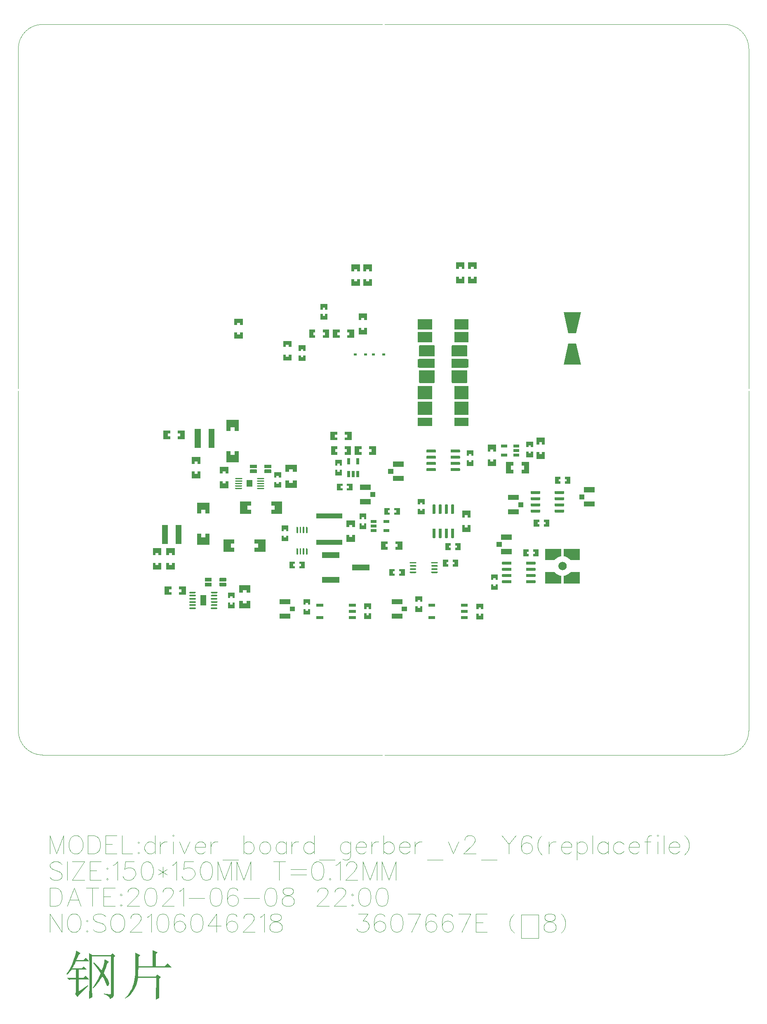
<source format=gbr>
G04 Generated by CircuitCAM Version 4.4*
%FSLAX33Y33*%
%MOMM*%
%ADD10C,0.000000*%
%LNCuttingOutside*%
%LPD*%
G36*
G01X19125Y26200D02*
X17375Y26200D01*
X17375Y24775D01*
X17958Y24775D01*
X17958Y25251D01*
X18542Y25251D01*
X18542Y24775D01*
X19125Y24775D01*
X19125Y26200D01*
G37*
G36*
G01X16625Y26200D02*
X14875Y26200D01*
X14875Y24775D01*
X15458Y24775D01*
X15458Y25251D01*
X16042Y25251D01*
X16042Y24775D01*
X16625Y24775D01*
X16625Y26200D01*
G37*
G36*
G01X-2375Y25700D02*
X-4125Y25700D01*
X-4125Y24275D01*
X-3542Y24275D01*
X-3542Y24751D01*
X-2958Y24751D01*
X-2958Y24275D01*
X-2375Y24275D01*
X-2375Y25700D01*
G37*
G36*
G01X-4875Y25700D02*
X-6625Y25700D01*
X-6625Y24275D01*
X-6042Y24275D01*
X-6042Y24751D01*
X-5458Y24751D01*
X-5458Y24275D01*
X-4875Y24275D01*
X-4875Y25700D01*
G37*
G36*
G01X19125Y23225D02*
X18542Y23225D01*
X18542Y22750D01*
X17958Y22750D01*
X17958Y23225D01*
X17375Y23225D01*
X17375Y21800D01*
X19125Y21800D01*
X19125Y23225D01*
G37*
G36*
G01X16625Y23225D02*
X16042Y23225D01*
X16042Y22750D01*
X15458Y22750D01*
X15458Y23225D01*
X14875Y23225D01*
X14875Y21800D01*
X16625Y21800D01*
X16625Y23225D01*
G37*
G36*
G01X-2375Y22725D02*
X-2958Y22725D01*
X-2958Y22250D01*
X-3542Y22250D01*
X-3542Y22725D01*
X-4125Y22725D01*
X-4125Y21300D01*
X-2375Y21300D01*
X-2375Y22725D01*
G37*
G36*
G01X-4875Y22725D02*
X-5458Y22725D01*
X-5458Y22250D01*
X-6042Y22250D01*
X-6042Y22725D01*
X-6625Y22725D01*
X-6625Y21300D01*
X-4875Y21300D01*
X-4875Y22725D01*
G37*
G36*
G01X-11550Y17600D02*
X-12950Y17600D01*
X-12950Y16450D01*
X-12483Y16450D01*
X-12483Y16833D01*
X-12017Y16833D01*
X-12017Y16450D01*
X-11550Y16450D01*
X-11550Y17600D01*
G37*
G36*
G01X40550Y15900D02*
X36950Y15900D01*
X37950Y11600D01*
X39550Y11600D01*
X40550Y15900D01*
G37*
G36*
G01X-3375Y15700D02*
X-5125Y15700D01*
X-5125Y14275D01*
X-4542Y14275D01*
X-4542Y14751D01*
X-3958Y14751D01*
X-3958Y14275D01*
X-3375Y14275D01*
X-3375Y15700D01*
G37*
G36*
G01X-11550Y15549D02*
X-12017Y15549D01*
X-12017Y15166D01*
X-12483Y15166D01*
X-12483Y15549D01*
X-12950Y15549D01*
X-12950Y14399D01*
X-11550Y14399D01*
X-11550Y15549D01*
G37*
G36*
G01X-28875Y14525D02*
X-30625Y14525D01*
X-30625Y13275D01*
X-30042Y13275D01*
X-30042Y13692D01*
X-29458Y13692D01*
X-29458Y13275D01*
X-28875Y13275D01*
X-28875Y14525D01*
G37*
G36*
G01X17460Y14455D02*
X14510Y14455D01*
X14510Y12343D01*
X17460Y12343D01*
X17460Y14455D01*
G37*
G36*
G01X9990Y14455D02*
X7040Y14455D01*
X7040Y12343D01*
X9990Y12343D01*
X9990Y14455D01*
G37*
G36*
G01X-3375Y12725D02*
X-3958Y12725D01*
X-3958Y12250D01*
X-4542Y12250D01*
X-4542Y12725D01*
X-5125Y12725D01*
X-5125Y11300D01*
X-3375Y11300D01*
X-3375Y12725D01*
G37*
G36*
G01X-6051Y12375D02*
X-7476Y12375D01*
X-7476Y11792D01*
X-7001Y11792D01*
X-7001Y11208D01*
X-7476Y11208D01*
X-7476Y10625D01*
X-6051Y10625D01*
X-6051Y12375D01*
G37*
G36*
G01X-9026Y12375D02*
X-10451Y12375D01*
X-10451Y10625D01*
X-9026Y10625D01*
X-9026Y11208D01*
X-9502Y11208D01*
X-9502Y11792D01*
X-9026Y11792D01*
X-9026Y12375D01*
G37*
G36*
G01X-11225Y12375D02*
X-12475Y12375D01*
X-12475Y11792D01*
X-12058Y11792D01*
X-12058Y11208D01*
X-12475Y11208D01*
X-12475Y10625D01*
X-11225Y10625D01*
X-11225Y12375D01*
G37*
G36*
G01X-14025Y12375D02*
X-15275Y12375D01*
X-15275Y10625D01*
X-14025Y10625D01*
X-14025Y11208D01*
X-14442Y11208D01*
X-14442Y11792D01*
X-14025Y11792D01*
X-14025Y12375D01*
G37*
G36*
G01X-28875Y11725D02*
X-29458Y11725D01*
X-29458Y11308D01*
X-30042Y11308D01*
X-30042Y11725D01*
X-30625Y11725D01*
X-30625Y10475D01*
X-28875Y10475D01*
X-28875Y11725D01*
G37*
G36*
G01X17460Y11843D02*
X14510Y11843D01*
X14510Y9731D01*
X17460Y9731D01*
X17460Y11843D01*
G37*
G36*
G01X9990Y11843D02*
X7040Y11843D01*
X7040Y9731D01*
X9990Y9731D01*
X9990Y11843D01*
G37*
G36*
G01X-18875Y10025D02*
X-20625Y10025D01*
X-20625Y8775D01*
X-20042Y8775D01*
X-20042Y9192D01*
X-19458Y9192D01*
X-19458Y8775D01*
X-18875Y8775D01*
X-18875Y10025D01*
G37*
G36*
G01X39550Y9500D02*
X37950Y9500D01*
X36950Y5200D01*
X40550Y5200D01*
X39550Y9500D01*
G37*
G36*
G01X16950Y9175D02*
X14250Y9175D01*
X14225Y9174D01*
X14201Y9170D01*
X14177Y9164D01*
X14154Y9156D01*
X14132Y9146D01*
X14111Y9133D01*
X14091Y9118D01*
X14073Y9102D01*
X14057Y9084D01*
X14042Y9064D01*
X14029Y9043D01*
X14019Y9021D01*
X14011Y8998D01*
X14005Y8974D01*
X14001Y8950D01*
X14000Y8925D01*
X14000Y6867D01*
X17200Y6867D01*
X17200Y8925D01*
X17199Y8950D01*
X17195Y8974D01*
X17189Y8998D01*
X17181Y9021D01*
X17171Y9043D01*
X17158Y9064D01*
X17143Y9084D01*
X17127Y9102D01*
X17109Y9118D01*
X17089Y9133D01*
X17068Y9146D01*
X17046Y9156D01*
X17023Y9164D01*
X16999Y9170D01*
X16975Y9174D01*
X16950Y9175D01*
G37*
G36*
G01X10250Y9175D02*
X7550Y9175D01*
X7525Y9174D01*
X7501Y9170D01*
X7477Y9164D01*
X7454Y9156D01*
X7432Y9146D01*
X7411Y9133D01*
X7391Y9118D01*
X7373Y9102D01*
X7357Y9084D01*
X7342Y9064D01*
X7329Y9043D01*
X7319Y9021D01*
X7311Y8998D01*
X7305Y8974D01*
X7301Y8950D01*
X7300Y8925D01*
X7300Y6867D01*
X10500Y6867D01*
X10500Y8925D01*
X10499Y8950D01*
X10495Y8974D01*
X10489Y8998D01*
X10481Y9021D01*
X10471Y9043D01*
X10458Y9064D01*
X10443Y9084D01*
X10427Y9102D01*
X10409Y9118D01*
X10389Y9133D01*
X10368Y9146D01*
X10346Y9156D01*
X10323Y9164D01*
X10299Y9170D01*
X10275Y9174D01*
X10250Y9175D01*
G37*
G36*
G01X-16050Y9100D02*
X-17450Y9100D01*
X-17450Y7950D01*
X-16983Y7950D01*
X-16983Y8333D01*
X-16517Y8333D01*
X-16517Y7950D01*
X-16050Y7950D01*
X-16050Y9100D01*
G37*
G36*
G01X350Y7475D02*
X-250Y7475D01*
X-250Y7025D01*
X350Y7025D01*
X350Y7475D01*
G37*
G36*
G01X-1750Y7475D02*
X-2350Y7475D01*
X-2350Y7025D01*
X-1750Y7025D01*
X-1750Y7475D01*
G37*
G36*
G01X-3400Y7475D02*
X-4000Y7475D01*
X-4000Y7025D01*
X-3400Y7025D01*
X-3400Y7475D01*
G37*
G36*
G01X-5500Y7475D02*
X-6100Y7475D01*
X-6100Y7025D01*
X-5500Y7025D01*
X-5500Y7475D01*
G37*
G36*
G01X-18875Y7225D02*
X-19458Y7225D01*
X-19458Y6808D01*
X-20042Y6808D01*
X-20042Y7225D01*
X-20625Y7225D01*
X-20625Y5975D01*
X-18875Y5975D01*
X-18875Y7225D01*
G37*
G36*
G01X-16050Y7049D02*
X-16517Y7049D01*
X-16517Y6666D01*
X-16983Y6666D01*
X-16983Y7049D01*
X-17450Y7049D01*
X-17450Y5899D01*
X-16050Y5899D01*
X-16050Y7049D01*
G37*
G36*
G01X17200Y6367D02*
X14000Y6367D01*
X14000Y4461D01*
X17200Y4461D01*
X17200Y4545D01*
X17460Y4545D01*
X17460Y6225D01*
X17200Y6225D01*
X17200Y6367D01*
G37*
G36*
G01X10500Y6367D02*
X7300Y6367D01*
X7300Y6225D01*
X7040Y6225D01*
X7040Y4545D01*
X7300Y4545D01*
X7300Y4461D01*
X10500Y4461D01*
X10500Y6367D01*
G37*
G36*
G01X17200Y3961D02*
X14000Y3961D01*
X14000Y1575D01*
X14001Y1550D01*
X14005Y1526D01*
X14011Y1502D01*
X14019Y1479D01*
X14029Y1457D01*
X14042Y1436D01*
X14057Y1416D01*
X14073Y1398D01*
X14091Y1382D01*
X14111Y1367D01*
X14132Y1354D01*
X14154Y1344D01*
X14177Y1336D01*
X14201Y1330D01*
X14225Y1326D01*
X14250Y1325D01*
X16950Y1325D01*
X16975Y1326D01*
X16999Y1330D01*
X17023Y1336D01*
X17046Y1344D01*
X17068Y1354D01*
X17089Y1367D01*
X17109Y1382D01*
X17127Y1398D01*
X17143Y1416D01*
X17158Y1436D01*
X17171Y1457D01*
X17181Y1479D01*
X17189Y1502D01*
X17195Y1526D01*
X17199Y1550D01*
X17200Y1575D01*
X17200Y3961D01*
G37*
G36*
G01X10500Y3961D02*
X7300Y3961D01*
X7300Y1575D01*
X7301Y1550D01*
X7305Y1526D01*
X7311Y1502D01*
X7319Y1479D01*
X7329Y1457D01*
X7342Y1436D01*
X7357Y1416D01*
X7373Y1398D01*
X7391Y1382D01*
X7411Y1367D01*
X7432Y1354D01*
X7454Y1344D01*
X7477Y1336D01*
X7501Y1330D01*
X7525Y1326D01*
X7550Y1325D01*
X10250Y1325D01*
X10275Y1326D01*
X10299Y1330D01*
X10323Y1336D01*
X10346Y1344D01*
X10368Y1354D01*
X10389Y1367D01*
X10409Y1382D01*
X10427Y1398D01*
X10443Y1416D01*
X10458Y1436D01*
X10471Y1457D01*
X10481Y1479D01*
X10489Y1502D01*
X10495Y1526D01*
X10499Y1550D01*
X10500Y1575D01*
X10500Y3961D01*
G37*
G36*
G01X17460Y779D02*
X14510Y779D01*
X14510Y-1942D01*
X17460Y-1942D01*
X17460Y779D01*
G37*
G36*
G01X9990Y779D02*
X7040Y779D01*
X7040Y-1942D01*
X9990Y-1942D01*
X9990Y779D01*
G37*
G36*
G01X17460Y-2443D02*
X14510Y-2443D01*
X14510Y-5164D01*
X17460Y-5164D01*
X17460Y-2443D01*
G37*
G36*
G01X9990Y-2443D02*
X7040Y-2443D01*
X7040Y-5164D01*
X9990Y-5164D01*
X9990Y-2443D01*
G37*
G36*
G01X17460Y-5775D02*
X14510Y-5775D01*
X14510Y-7455D01*
X17460Y-7455D01*
X17460Y-5775D01*
G37*
G36*
G01X9990Y-5775D02*
X7040Y-5775D01*
X7040Y-7455D01*
X9990Y-7455D01*
X9990Y-5775D01*
G37*
G36*
G01X-29725Y-6225D02*
X-32275Y-6225D01*
X-32275Y-8475D01*
X-31425Y-8475D01*
X-31425Y-7725D01*
X-30575Y-7725D01*
X-30575Y-8475D01*
X-29725Y-8475D01*
X-29725Y-6225D01*
G37*
G36*
G01X-34750Y-8050D02*
X-35950Y-8050D01*
X-35950Y-11950D01*
X-34750Y-11950D01*
X-34750Y-8050D01*
G37*
G36*
G01X-37550Y-8050D02*
X-38750Y-8050D01*
X-38750Y-11950D01*
X-37550Y-11950D01*
X-37550Y-8050D01*
G37*
G36*
G01X-40800Y-8375D02*
X-42225Y-8375D01*
X-42225Y-8958D01*
X-41750Y-8958D01*
X-41750Y-9542D01*
X-42225Y-9542D01*
X-42225Y-10125D01*
X-40800Y-10125D01*
X-40800Y-8375D01*
G37*
G36*
G01X-43775Y-8375D02*
X-45200Y-8375D01*
X-45200Y-10125D01*
X-43775Y-10125D01*
X-43775Y-9542D01*
X-44251Y-9542D01*
X-44251Y-8958D01*
X-43775Y-8958D01*
X-43775Y-8375D01*
G37*
G36*
G01X-6550Y-8625D02*
X-7975Y-8625D01*
X-7975Y-9208D01*
X-7500Y-9208D01*
X-7500Y-9792D01*
X-7975Y-9792D01*
X-7975Y-10375D01*
X-6550Y-10375D01*
X-6550Y-8625D01*
G37*
G36*
G01X-9525Y-8625D02*
X-10950Y-8625D01*
X-10950Y-10375D01*
X-9525Y-10375D01*
X-9525Y-9792D01*
X-10001Y-9792D01*
X-10001Y-9208D01*
X-9525Y-9208D01*
X-9525Y-8625D01*
G37*
G36*
G01X33125Y-9800D02*
X31375Y-9800D01*
X31375Y-11225D01*
X31958Y-11225D01*
X31958Y-10749D01*
X32542Y-10749D01*
X32542Y-11225D01*
X33125Y-11225D01*
X33125Y-9800D01*
G37*
G36*
G01X30700Y-10650D02*
X29300Y-10650D01*
X29300Y-11800D01*
X29767Y-11800D01*
X29767Y-11417D01*
X30233Y-11417D01*
X30233Y-11800D01*
X30700Y-11800D01*
X30700Y-10650D01*
G37*
G36*
G01X27875Y-11250D02*
X26625Y-11250D01*
X26625Y-11850D01*
X27875Y-11850D01*
X27875Y-11250D01*
G37*
G36*
G01X25375Y-11250D02*
X24125Y-11250D01*
X24125Y-11850D01*
X25375Y-11850D01*
X25375Y-11250D01*
G37*
G36*
G01X23125Y-11300D02*
X21375Y-11300D01*
X21375Y-12725D01*
X21958Y-12725D01*
X21958Y-12249D01*
X22542Y-12249D01*
X22542Y-12725D01*
X23125Y-12725D01*
X23125Y-11300D01*
G37*
G36*
G01X-1551Y-11625D02*
X-2976Y-11625D01*
X-2976Y-12208D01*
X-2501Y-12208D01*
X-2501Y-12792D01*
X-2976Y-12792D01*
X-2976Y-13375D01*
X-1551Y-13375D01*
X-1551Y-11625D01*
G37*
G36*
G01X-4526Y-11625D02*
X-5951Y-11625D01*
X-5951Y-13375D01*
X-4526Y-13375D01*
X-4526Y-12792D01*
X-5002Y-12792D01*
X-5002Y-12208D01*
X-4526Y-12208D01*
X-4526Y-11625D01*
G37*
G36*
G01X-6725Y-11625D02*
X-7975Y-11625D01*
X-7975Y-12208D01*
X-7558Y-12208D01*
X-7558Y-12792D01*
X-7975Y-12792D01*
X-7975Y-13375D01*
X-6725Y-13375D01*
X-6725Y-11625D01*
G37*
G36*
G01X-9525Y-11625D02*
X-10775Y-11625D01*
X-10775Y-13375D01*
X-9525Y-13375D01*
X-9525Y-12792D01*
X-9942Y-12792D01*
X-9942Y-12208D01*
X-9525Y-12208D01*
X-9525Y-11625D01*
G37*
G36*
G01X-29725Y-12625D02*
X-30575Y-12625D01*
X-30575Y-13375D01*
X-31425Y-13375D01*
X-31425Y-12625D01*
X-32275Y-12625D01*
X-32275Y-14875D01*
X-29725Y-14875D01*
X-29725Y-12625D01*
G37*
G36*
G01X-37625Y-13800D02*
X-39375Y-13800D01*
X-39375Y-15225D01*
X-38792Y-15225D01*
X-38792Y-14749D01*
X-38208Y-14749D01*
X-38208Y-15225D01*
X-37625Y-15225D01*
X-37625Y-13800D01*
G37*
G36*
G01X15550Y-12295D02*
X13900Y-12295D01*
X13885Y-12296D01*
X13871Y-12298D01*
X13856Y-12301D01*
X13843Y-12306D01*
X13829Y-12313D01*
X13817Y-12320D01*
X13805Y-12329D01*
X13794Y-12339D01*
X13784Y-12350D01*
X13775Y-12362D01*
X13768Y-12374D01*
X13761Y-12388D01*
X13756Y-12401D01*
X13753Y-12416D01*
X13751Y-12430D01*
X13750Y-12445D01*
X13750Y-12745D01*
X13751Y-12760D01*
X13753Y-12774D01*
X13756Y-12789D01*
X13761Y-12802D01*
X13768Y-12816D01*
X13775Y-12828D01*
X13784Y-12840D01*
X13794Y-12851D01*
X13805Y-12861D01*
X13817Y-12870D01*
X13829Y-12877D01*
X13843Y-12884D01*
X13856Y-12889D01*
X13871Y-12892D01*
X13885Y-12894D01*
X13900Y-12895D01*
X15550Y-12895D01*
X15565Y-12894D01*
X15579Y-12892D01*
X15594Y-12889D01*
X15607Y-12884D01*
X15621Y-12877D01*
X15633Y-12870D01*
X15645Y-12861D01*
X15656Y-12851D01*
X15666Y-12840D01*
X15675Y-12828D01*
X15682Y-12816D01*
X15689Y-12802D01*
X15694Y-12789D01*
X15697Y-12774D01*
X15699Y-12760D01*
X15700Y-12745D01*
X15700Y-12445D01*
X15699Y-12430D01*
X15697Y-12416D01*
X15694Y-12401D01*
X15689Y-12388D01*
X15682Y-12374D01*
X15675Y-12362D01*
X15666Y-12350D01*
X15656Y-12339D01*
X15645Y-12329D01*
X15633Y-12320D01*
X15621Y-12313D01*
X15607Y-12306D01*
X15594Y-12301D01*
X15579Y-12298D01*
X15565Y-12296D01*
X15550Y-12295D01*
G37*
G36*
G01X10600Y-12295D02*
X8950Y-12295D01*
X8935Y-12296D01*
X8921Y-12298D01*
X8906Y-12301D01*
X8893Y-12306D01*
X8879Y-12313D01*
X8867Y-12320D01*
X8855Y-12329D01*
X8844Y-12339D01*
X8834Y-12350D01*
X8825Y-12362D01*
X8818Y-12374D01*
X8811Y-12388D01*
X8806Y-12401D01*
X8803Y-12416D01*
X8801Y-12430D01*
X8800Y-12445D01*
X8800Y-12745D01*
X8801Y-12760D01*
X8803Y-12774D01*
X8806Y-12789D01*
X8811Y-12802D01*
X8818Y-12816D01*
X8825Y-12828D01*
X8834Y-12840D01*
X8844Y-12851D01*
X8855Y-12861D01*
X8867Y-12870D01*
X8879Y-12877D01*
X8893Y-12884D01*
X8906Y-12889D01*
X8921Y-12892D01*
X8935Y-12894D01*
X8950Y-12895D01*
X10600Y-12895D01*
X10615Y-12894D01*
X10629Y-12892D01*
X10644Y-12889D01*
X10657Y-12884D01*
X10671Y-12877D01*
X10683Y-12870D01*
X10695Y-12861D01*
X10706Y-12851D01*
X10716Y-12840D01*
X10725Y-12828D01*
X10732Y-12816D01*
X10739Y-12802D01*
X10744Y-12789D01*
X10747Y-12774D01*
X10749Y-12760D01*
X10750Y-12745D01*
X10750Y-12445D01*
X10749Y-12430D01*
X10747Y-12416D01*
X10744Y-12401D01*
X10739Y-12388D01*
X10732Y-12374D01*
X10725Y-12362D01*
X10716Y-12350D01*
X10706Y-12339D01*
X10695Y-12329D01*
X10683Y-12320D01*
X10671Y-12313D01*
X10657Y-12306D01*
X10644Y-12301D01*
X10629Y-12298D01*
X10615Y-12296D01*
X10600Y-12295D01*
G37*
G36*
G01X18450Y-12425D02*
X17050Y-12425D01*
X17050Y-13575D01*
X17517Y-13575D01*
X17517Y-13192D01*
X17983Y-13192D01*
X17983Y-13575D01*
X18450Y-13575D01*
X18450Y-12425D01*
G37*
G36*
G01X15550Y-13565D02*
X13900Y-13565D01*
X13885Y-13566D01*
X13871Y-13568D01*
X13856Y-13571D01*
X13843Y-13576D01*
X13829Y-13583D01*
X13817Y-13590D01*
X13805Y-13599D01*
X13794Y-13609D01*
X13784Y-13620D01*
X13775Y-13632D01*
X13768Y-13644D01*
X13761Y-13658D01*
X13756Y-13671D01*
X13753Y-13686D01*
X13751Y-13700D01*
X13750Y-13715D01*
X13750Y-14015D01*
X13751Y-14030D01*
X13753Y-14044D01*
X13756Y-14059D01*
X13761Y-14072D01*
X13768Y-14086D01*
X13775Y-14098D01*
X13784Y-14110D01*
X13794Y-14121D01*
X13805Y-14131D01*
X13817Y-14140D01*
X13829Y-14147D01*
X13843Y-14154D01*
X13856Y-14159D01*
X13871Y-14162D01*
X13885Y-14164D01*
X13900Y-14165D01*
X15550Y-14165D01*
X15565Y-14164D01*
X15579Y-14162D01*
X15594Y-14159D01*
X15607Y-14154D01*
X15621Y-14147D01*
X15633Y-14140D01*
X15645Y-14131D01*
X15656Y-14121D01*
X15666Y-14110D01*
X15675Y-14098D01*
X15682Y-14086D01*
X15689Y-14072D01*
X15694Y-14059D01*
X15697Y-14044D01*
X15699Y-14030D01*
X15700Y-14015D01*
X15700Y-13715D01*
X15699Y-13700D01*
X15697Y-13686D01*
X15694Y-13671D01*
X15689Y-13658D01*
X15682Y-13644D01*
X15675Y-13632D01*
X15666Y-13620D01*
X15656Y-13609D01*
X15645Y-13599D01*
X15633Y-13590D01*
X15621Y-13583D01*
X15607Y-13576D01*
X15594Y-13571D01*
X15579Y-13568D01*
X15565Y-13566D01*
X15550Y-13565D01*
G37*
G36*
G01X10600Y-13565D02*
X8950Y-13565D01*
X8935Y-13566D01*
X8921Y-13568D01*
X8906Y-13571D01*
X8893Y-13576D01*
X8879Y-13583D01*
X8867Y-13590D01*
X8855Y-13599D01*
X8844Y-13609D01*
X8834Y-13620D01*
X8825Y-13632D01*
X8818Y-13644D01*
X8811Y-13658D01*
X8806Y-13671D01*
X8803Y-13686D01*
X8801Y-13700D01*
X8800Y-13715D01*
X8800Y-14015D01*
X8801Y-14030D01*
X8803Y-14044D01*
X8806Y-14059D01*
X8811Y-14072D01*
X8818Y-14086D01*
X8825Y-14098D01*
X8834Y-14110D01*
X8844Y-14121D01*
X8855Y-14131D01*
X8867Y-14140D01*
X8879Y-14147D01*
X8893Y-14154D01*
X8906Y-14159D01*
X8921Y-14162D01*
X8935Y-14164D01*
X8950Y-14165D01*
X10600Y-14165D01*
X10615Y-14164D01*
X10629Y-14162D01*
X10644Y-14159D01*
X10657Y-14154D01*
X10671Y-14147D01*
X10683Y-14140D01*
X10695Y-14131D01*
X10706Y-14121D01*
X10716Y-14110D01*
X10725Y-14098D01*
X10732Y-14086D01*
X10739Y-14072D01*
X10744Y-14059D01*
X10747Y-14044D01*
X10749Y-14030D01*
X10750Y-14015D01*
X10750Y-13715D01*
X10749Y-13700D01*
X10747Y-13686D01*
X10744Y-13671D01*
X10739Y-13658D01*
X10732Y-13644D01*
X10725Y-13632D01*
X10716Y-13620D01*
X10706Y-13609D01*
X10695Y-13599D01*
X10683Y-13590D01*
X10671Y-13583D01*
X10657Y-13576D01*
X10644Y-13571D01*
X10629Y-13568D01*
X10615Y-13566D01*
X10600Y-13565D01*
G37*
G36*
G01X-5000Y-14080D02*
X-5600Y-14080D01*
X-5600Y-15300D01*
X-5000Y-15300D01*
X-5000Y-14080D01*
G37*
G36*
G01X-6900Y-14080D02*
X-7500Y-14080D01*
X-7500Y-15300D01*
X-6900Y-15300D01*
X-6900Y-14080D01*
G37*
G36*
G01X-8550Y-14400D02*
X-9950Y-14400D01*
X-9950Y-15550D01*
X-9483Y-15550D01*
X-9483Y-15167D01*
X-9017Y-15167D01*
X-9017Y-15550D01*
X-8550Y-15550D01*
X-8550Y-14400D01*
G37*
G36*
G01X-17825Y-15375D02*
X-20175Y-15375D01*
X-20175Y-16875D01*
X-19392Y-16875D01*
X-19392Y-16375D01*
X-18608Y-16375D01*
X-18608Y-16875D01*
X-17825Y-16875D01*
X-17825Y-15375D01*
G37*
G36*
G01X-23169Y-15375D02*
X-24331Y-15375D01*
X-24344Y-15376D01*
X-24357Y-15378D01*
X-24369Y-15381D01*
X-24381Y-15385D01*
X-24393Y-15390D01*
X-24404Y-15397D01*
X-24415Y-15405D01*
X-24424Y-15413D01*
X-24433Y-15423D01*
X-24440Y-15433D01*
X-24447Y-15444D01*
X-24453Y-15456D01*
X-24457Y-15468D01*
X-24460Y-15481D01*
X-24462Y-15493D01*
X-24463Y-15506D01*
X-24463Y-15994D01*
X-24462Y-16007D01*
X-24460Y-16019D01*
X-24457Y-16032D01*
X-24453Y-16044D01*
X-24447Y-16056D01*
X-24440Y-16067D01*
X-24433Y-16077D01*
X-24424Y-16087D01*
X-24415Y-16095D01*
X-24404Y-16103D01*
X-24393Y-16109D01*
X-24381Y-16115D01*
X-24369Y-16119D01*
X-24357Y-16122D01*
X-24344Y-16124D01*
X-24331Y-16125D01*
X-23169Y-16125D01*
X-23156Y-16124D01*
X-23143Y-16122D01*
X-23131Y-16119D01*
X-23119Y-16115D01*
X-23107Y-16109D01*
X-23096Y-16103D01*
X-23085Y-16095D01*
X-23076Y-16087D01*
X-23067Y-16077D01*
X-23060Y-16067D01*
X-23053Y-16056D01*
X-23047Y-16044D01*
X-23043Y-16032D01*
X-23040Y-16019D01*
X-23038Y-16007D01*
X-23037Y-15994D01*
X-23037Y-15506D01*
X-23038Y-15493D01*
X-23040Y-15481D01*
X-23043Y-15468D01*
X-23047Y-15456D01*
X-23053Y-15444D01*
X-23060Y-15433D01*
X-23067Y-15423D01*
X-23076Y-15413D01*
X-23085Y-15405D01*
X-23096Y-15397D01*
X-23107Y-15390D01*
X-23119Y-15385D01*
X-23131Y-15381D01*
X-23143Y-15378D01*
X-23156Y-15376D01*
X-23169Y-15375D01*
G37*
G36*
G01X-26156Y-15375D02*
X-27319Y-15375D01*
X-27332Y-15376D01*
X-27344Y-15378D01*
X-27357Y-15381D01*
X-27369Y-15385D01*
X-27381Y-15390D01*
X-27392Y-15397D01*
X-27412Y-15413D01*
X-27428Y-15433D01*
X-27435Y-15444D01*
X-27440Y-15456D01*
X-27444Y-15468D01*
X-27447Y-15481D01*
X-27449Y-15493D01*
X-27450Y-15506D01*
X-27450Y-15994D01*
X-27449Y-16007D01*
X-27447Y-16019D01*
X-27444Y-16032D01*
X-27440Y-16044D01*
X-27435Y-16056D01*
X-27428Y-16067D01*
X-27412Y-16087D01*
X-27392Y-16103D01*
X-27381Y-16109D01*
X-27369Y-16115D01*
X-27357Y-16119D01*
X-27344Y-16122D01*
X-27332Y-16124D01*
X-27319Y-16125D01*
X-26156Y-16125D01*
X-26143Y-16124D01*
X-26131Y-16122D01*
X-26118Y-16119D01*
X-26106Y-16115D01*
X-26094Y-16109D01*
X-26083Y-16103D01*
X-26063Y-16087D01*
X-26047Y-16067D01*
X-26040Y-16056D01*
X-26035Y-16044D01*
X-26031Y-16032D01*
X-26028Y-16019D01*
X-26026Y-16007D01*
X-26025Y-15994D01*
X-26025Y-15506D01*
X-26026Y-15493D01*
X-26028Y-15481D01*
X-26031Y-15468D01*
X-26035Y-15456D01*
X-26040Y-15444D01*
X-26047Y-15433D01*
X-26063Y-15413D01*
X-26083Y-15397D01*
X-26094Y-15390D01*
X-26106Y-15385D01*
X-26118Y-15381D01*
X-26131Y-15378D01*
X-26143Y-15376D01*
X-26156Y-15375D01*
G37*
G36*
G01X-31875Y-15801D02*
X-33625Y-15801D01*
X-33625Y-17226D01*
X-33042Y-17226D01*
X-33042Y-16750D01*
X-32458Y-16750D01*
X-32458Y-17226D01*
X-31875Y-17226D01*
X-31875Y-15801D01*
G37*
G36*
G01X-37625Y-16775D02*
X-38208Y-16775D01*
X-38208Y-17250D01*
X-38792Y-17250D01*
X-38792Y-16775D01*
X-39375Y-16775D01*
X-39375Y-18200D01*
X-37625Y-18200D01*
X-37625Y-16775D01*
G37*
G36*
G01X-23169Y-16375D02*
X-24331Y-16375D01*
X-24344Y-16376D01*
X-24357Y-16378D01*
X-24369Y-16381D01*
X-24381Y-16385D01*
X-24393Y-16390D01*
X-24404Y-16397D01*
X-24415Y-16405D01*
X-24424Y-16413D01*
X-24433Y-16423D01*
X-24440Y-16433D01*
X-24447Y-16444D01*
X-24453Y-16456D01*
X-24457Y-16468D01*
X-24460Y-16481D01*
X-24462Y-16493D01*
X-24463Y-16506D01*
X-24463Y-16994D01*
X-24462Y-17007D01*
X-24460Y-17019D01*
X-24457Y-17032D01*
X-24453Y-17044D01*
X-24447Y-17056D01*
X-24440Y-17067D01*
X-24433Y-17077D01*
X-24424Y-17087D01*
X-24415Y-17095D01*
X-24404Y-17103D01*
X-24393Y-17109D01*
X-24381Y-17115D01*
X-24369Y-17119D01*
X-24357Y-17122D01*
X-24344Y-17124D01*
X-24331Y-17125D01*
X-23751Y-17125D01*
G75*
G03X-23749Y-17126I1J375D01*
G74*
G01*
X-23749Y-17125D01*
X-23169Y-17125D01*
X-23156Y-17124D01*
X-23143Y-17122D01*
X-23131Y-17119D01*
X-23119Y-17115D01*
X-23107Y-17109D01*
X-23096Y-17103D01*
X-23085Y-17095D01*
X-23076Y-17087D01*
X-23067Y-17077D01*
X-23060Y-17067D01*
X-23053Y-17056D01*
X-23047Y-17044D01*
X-23043Y-17032D01*
X-23040Y-17019D01*
X-23038Y-17007D01*
X-23037Y-16994D01*
X-23037Y-16506D01*
X-23038Y-16493D01*
X-23040Y-16481D01*
X-23043Y-16468D01*
X-23047Y-16456D01*
X-23053Y-16444D01*
X-23060Y-16433D01*
X-23067Y-16423D01*
X-23076Y-16413D01*
X-23085Y-16405D01*
X-23096Y-16397D01*
X-23107Y-16390D01*
X-23119Y-16385D01*
X-23131Y-16381D01*
X-23143Y-16378D01*
X-23156Y-16376D01*
X-23169Y-16375D01*
G37*
G36*
G01X-26156Y-16375D02*
X-27319Y-16375D01*
X-27332Y-16376D01*
X-27344Y-16378D01*
X-27357Y-16381D01*
X-27369Y-16385D01*
X-27381Y-16390D01*
X-27392Y-16397D01*
X-27412Y-16413D01*
X-27428Y-16433D01*
X-27435Y-16444D01*
X-27440Y-16456D01*
X-27444Y-16468D01*
X-27447Y-16481D01*
X-27449Y-16493D01*
X-27450Y-16506D01*
X-27450Y-16994D01*
X-27449Y-17007D01*
X-27447Y-17019D01*
X-27444Y-17032D01*
X-27440Y-17044D01*
X-27435Y-17056D01*
X-27428Y-17067D01*
X-27412Y-17087D01*
X-27392Y-17103D01*
X-27381Y-17109D01*
X-27369Y-17115D01*
X-27357Y-17119D01*
X-27344Y-17122D01*
X-27332Y-17124D01*
X-27319Y-17125D01*
X-26739Y-17125D01*
G75*
G03X-26737Y-17126I1J375D01*
G74*
G01*
X-26736Y-17125D01*
X-26156Y-17125D01*
X-26143Y-17124D01*
X-26131Y-17122D01*
X-26118Y-17119D01*
X-26106Y-17115D01*
X-26094Y-17109D01*
X-26083Y-17103D01*
X-26063Y-17087D01*
X-26047Y-17067D01*
X-26040Y-17056D01*
X-26035Y-17044D01*
X-26031Y-17032D01*
X-26028Y-17019D01*
X-26026Y-17007D01*
X-26025Y-16994D01*
X-26025Y-16506D01*
X-26026Y-16493D01*
X-26028Y-16481D01*
X-26031Y-16468D01*
X-26035Y-16456D01*
X-26040Y-16444D01*
X-26047Y-16433D01*
X-26063Y-16413D01*
X-26083Y-16397D01*
X-26094Y-16390D01*
X-26106Y-16385D01*
X-26118Y-16381D01*
X-26131Y-16378D01*
X-26143Y-16376D01*
X-26156Y-16375D01*
G37*
G36*
G01X27875Y-12200D02*
X26625Y-12200D01*
X26625Y-12800D01*
X27875Y-12800D01*
X27875Y-12200D01*
G37*
G36*
G01X30700Y-12701D02*
X30233Y-12701D01*
X30233Y-13084D01*
X29767Y-13084D01*
X29767Y-12701D01*
X29300Y-12701D01*
X29300Y-13851D01*
X30700Y-13851D01*
X30700Y-12701D01*
G37*
G36*
G01X27875Y-13150D02*
X26625Y-13150D01*
X26625Y-13750D01*
X27875Y-13750D01*
X27875Y-13150D01*
G37*
G36*
G01X25375Y-13150D02*
X24125Y-13150D01*
X24125Y-13750D01*
X25375Y-13750D01*
X25375Y-13150D01*
G37*
G36*
G01X33125Y-12775D02*
X32542Y-12775D01*
X32542Y-13250D01*
X31958Y-13250D01*
X31958Y-12775D01*
X31375Y-12775D01*
X31375Y-14200D01*
X33125Y-14200D01*
X33125Y-12775D01*
G37*
G36*
G01X23125Y-14275D02*
X22542Y-14275D01*
X22542Y-14750D01*
X21958Y-14750D01*
X21958Y-14275D01*
X21375Y-14275D01*
X21375Y-15700D01*
X23125Y-15700D01*
X23125Y-14275D01*
G37*
G36*
G01X18450Y-14476D02*
X17983Y-14476D01*
X17983Y-14859D01*
X17517Y-14859D01*
X17517Y-14476D01*
X17050Y-14476D01*
X17050Y-15626D01*
X18450Y-15626D01*
X18450Y-14476D01*
G37*
G36*
G01X4100Y-14750D02*
X1900Y-14750D01*
X1900Y-15800D01*
X4100Y-15800D01*
X4100Y-14750D01*
G37*
G36*
G01X15550Y-14835D02*
X13900Y-14835D01*
X13885Y-14836D01*
X13871Y-14838D01*
X13856Y-14841D01*
X13843Y-14846D01*
X13829Y-14853D01*
X13817Y-14860D01*
X13805Y-14869D01*
X13794Y-14879D01*
X13784Y-14890D01*
X13775Y-14902D01*
X13768Y-14914D01*
X13761Y-14928D01*
X13756Y-14941D01*
X13753Y-14956D01*
X13751Y-14970D01*
X13750Y-14985D01*
X13750Y-15285D01*
X13751Y-15300D01*
X13753Y-15314D01*
X13756Y-15329D01*
X13761Y-15342D01*
X13768Y-15356D01*
X13775Y-15368D01*
X13784Y-15380D01*
X13794Y-15391D01*
X13805Y-15401D01*
X13817Y-15410D01*
X13829Y-15417D01*
X13843Y-15424D01*
X13856Y-15429D01*
X13871Y-15432D01*
X13885Y-15434D01*
X13900Y-15435D01*
X15550Y-15435D01*
X15565Y-15434D01*
X15579Y-15432D01*
X15594Y-15429D01*
X15607Y-15424D01*
X15621Y-15417D01*
X15633Y-15410D01*
X15645Y-15401D01*
X15656Y-15391D01*
X15666Y-15380D01*
X15675Y-15368D01*
X15682Y-15356D01*
X15689Y-15342D01*
X15694Y-15329D01*
X15697Y-15314D01*
X15699Y-15300D01*
X15700Y-15285D01*
X15700Y-14985D01*
X15699Y-14970D01*
X15697Y-14956D01*
X15694Y-14941D01*
X15689Y-14928D01*
X15682Y-14914D01*
X15675Y-14902D01*
X15666Y-14890D01*
X15656Y-14879D01*
X15645Y-14869D01*
X15633Y-14860D01*
X15621Y-14853D01*
X15607Y-14846D01*
X15594Y-14841D01*
X15579Y-14838D01*
X15565Y-14836D01*
X15550Y-14835D01*
G37*
G36*
G01X10600Y-14835D02*
X8950Y-14835D01*
X8935Y-14836D01*
X8921Y-14838D01*
X8906Y-14841D01*
X8893Y-14846D01*
X8879Y-14853D01*
X8867Y-14860D01*
X8855Y-14869D01*
X8844Y-14879D01*
X8834Y-14890D01*
X8825Y-14902D01*
X8818Y-14914D01*
X8811Y-14928D01*
X8806Y-14941D01*
X8803Y-14956D01*
X8801Y-14970D01*
X8800Y-14985D01*
X8800Y-15285D01*
X8801Y-15300D01*
X8803Y-15314D01*
X8806Y-15329D01*
X8811Y-15342D01*
X8818Y-15356D01*
X8825Y-15368D01*
X8834Y-15380D01*
X8844Y-15391D01*
X8855Y-15401D01*
X8867Y-15410D01*
X8879Y-15417D01*
X8893Y-15424D01*
X8906Y-15429D01*
X8921Y-15432D01*
X8935Y-15434D01*
X8950Y-15435D01*
X10600Y-15435D01*
X10615Y-15434D01*
X10629Y-15432D01*
X10644Y-15429D01*
X10657Y-15424D01*
X10671Y-15417D01*
X10683Y-15410D01*
X10695Y-15401D01*
X10706Y-15391D01*
X10716Y-15380D01*
X10725Y-15368D01*
X10732Y-15356D01*
X10739Y-15342D01*
X10744Y-15329D01*
X10747Y-15314D01*
X10749Y-15300D01*
X10750Y-15285D01*
X10750Y-14985D01*
X10749Y-14970D01*
X10747Y-14956D01*
X10744Y-14941D01*
X10739Y-14928D01*
X10732Y-14914D01*
X10725Y-14902D01*
X10716Y-14890D01*
X10706Y-14879D01*
X10695Y-14869D01*
X10683Y-14860D01*
X10671Y-14853D01*
X10657Y-14846D01*
X10644Y-14841D01*
X10629Y-14838D01*
X10615Y-14836D01*
X10600Y-14835D01*
G37*
G36*
G01X29874Y-14825D02*
X28374Y-14825D01*
X28374Y-15608D01*
X28874Y-15608D01*
X28874Y-16392D01*
X28374Y-16392D01*
X28374Y-17175D01*
X29874Y-17175D01*
X29874Y-14825D01*
G37*
G36*
G01X26624Y-14825D02*
X25124Y-14825D01*
X25124Y-17175D01*
X26624Y-17175D01*
X26624Y-16392D01*
X26124Y-16392D01*
X26124Y-15608D01*
X26624Y-15608D01*
X26624Y-14825D01*
G37*
G36*
G01X15550Y-16105D02*
X13900Y-16105D01*
X13885Y-16106D01*
X13871Y-16108D01*
X13856Y-16111D01*
X13843Y-16116D01*
X13829Y-16123D01*
X13817Y-16130D01*
X13805Y-16139D01*
X13794Y-16149D01*
X13784Y-16160D01*
X13775Y-16172D01*
X13768Y-16184D01*
X13761Y-16198D01*
X13756Y-16211D01*
X13753Y-16226D01*
X13751Y-16240D01*
X13750Y-16255D01*
X13750Y-16555D01*
X13751Y-16570D01*
X13753Y-16584D01*
X13756Y-16599D01*
X13761Y-16612D01*
X13768Y-16626D01*
X13775Y-16638D01*
X13784Y-16650D01*
X13794Y-16661D01*
X13805Y-16671D01*
X13817Y-16680D01*
X13829Y-16687D01*
X13843Y-16694D01*
X13856Y-16699D01*
X13871Y-16702D01*
X13885Y-16704D01*
X13900Y-16705D01*
X15550Y-16705D01*
X15565Y-16704D01*
X15579Y-16702D01*
X15594Y-16699D01*
X15607Y-16694D01*
X15621Y-16687D01*
X15633Y-16680D01*
X15645Y-16671D01*
X15656Y-16661D01*
X15666Y-16650D01*
X15675Y-16638D01*
X15682Y-16626D01*
X15689Y-16612D01*
X15694Y-16599D01*
X15697Y-16584D01*
X15699Y-16570D01*
X15700Y-16555D01*
X15700Y-16255D01*
X15699Y-16240D01*
X15697Y-16226D01*
X15694Y-16211D01*
X15689Y-16198D01*
X15682Y-16184D01*
X15675Y-16172D01*
X15666Y-16160D01*
X15656Y-16149D01*
X15645Y-16139D01*
X15633Y-16130D01*
X15621Y-16123D01*
X15607Y-16116D01*
X15594Y-16111D01*
X15579Y-16108D01*
X15565Y-16106D01*
X15550Y-16105D01*
G37*
G36*
G01X10600Y-16105D02*
X8950Y-16105D01*
X8935Y-16106D01*
X8921Y-16108D01*
X8906Y-16111D01*
X8893Y-16116D01*
X8879Y-16123D01*
X8867Y-16130D01*
X8855Y-16139D01*
X8844Y-16149D01*
X8834Y-16160D01*
X8825Y-16172D01*
X8818Y-16184D01*
X8811Y-16198D01*
X8806Y-16211D01*
X8803Y-16226D01*
X8801Y-16240D01*
X8800Y-16255D01*
X8800Y-16555D01*
X8801Y-16570D01*
X8803Y-16584D01*
X8806Y-16599D01*
X8811Y-16612D01*
X8818Y-16626D01*
X8825Y-16638D01*
X8834Y-16650D01*
X8844Y-16661D01*
X8855Y-16671D01*
X8867Y-16680D01*
X8879Y-16687D01*
X8893Y-16694D01*
X8906Y-16699D01*
X8921Y-16702D01*
X8935Y-16704D01*
X8950Y-16705D01*
X10600Y-16705D01*
X10615Y-16704D01*
X10629Y-16702D01*
X10644Y-16699D01*
X10657Y-16694D01*
X10671Y-16687D01*
X10683Y-16680D01*
X10695Y-16671D01*
X10706Y-16661D01*
X10716Y-16650D01*
X10725Y-16638D01*
X10732Y-16626D01*
X10739Y-16612D01*
X10744Y-16599D01*
X10747Y-16584D01*
X10749Y-16570D01*
X10750Y-16555D01*
X10750Y-16255D01*
X10749Y-16240D01*
X10747Y-16226D01*
X10744Y-16211D01*
X10739Y-16198D01*
X10732Y-16184D01*
X10725Y-16172D01*
X10716Y-16160D01*
X10706Y-16149D01*
X10695Y-16139D01*
X10683Y-16130D01*
X10671Y-16123D01*
X10657Y-16116D01*
X10644Y-16111D01*
X10629Y-16108D01*
X10615Y-16106D01*
X10600Y-16105D01*
G37*
G36*
G01X2000Y-16250D02*
X950Y-16250D01*
X950Y-17250D01*
X2000Y-17250D01*
X2000Y-16250D01*
G37*
G36*
G01X-8550Y-16451D02*
X-9017Y-16451D01*
X-9017Y-16834D01*
X-9483Y-16834D01*
X-9483Y-16451D01*
X-9950Y-16451D01*
X-9950Y-17601D01*
X-8550Y-17601D01*
X-8550Y-16451D01*
G37*
G36*
G01X-21050Y-16900D02*
X-22450Y-16900D01*
X-22450Y-18050D01*
X-21983Y-18050D01*
X-21983Y-17667D01*
X-21517Y-17667D01*
X-21517Y-18050D01*
X-21050Y-18050D01*
X-21050Y-16900D01*
G37*
G36*
G01X-5000Y-16700D02*
X-5600Y-16700D01*
X-5600Y-17920D01*
X-5000Y-17920D01*
X-5000Y-16700D01*
G37*
G36*
G01X-5950Y-16700D02*
X-6550Y-16700D01*
X-6550Y-17920D01*
X-5950Y-17920D01*
X-5950Y-16700D01*
G37*
G36*
G01X-6900Y-16700D02*
X-7500Y-16700D01*
X-7500Y-17920D01*
X-6900Y-17920D01*
X-6900Y-16700D01*
G37*
G36*
G01X4100Y-17700D02*
X1900Y-17700D01*
X1900Y-18750D01*
X4100Y-18750D01*
X4100Y-17700D01*
G37*
G36*
G01X-24596Y-18370D02*
G75*
G03X-24476Y-18250I0J120D01*
G74*
G01*
G75*
G03X-24596Y-18130I-120J0D01*
G74*
G01*
X-25881Y-18130D01*
G75*
G03X-26001Y-18250I0J-120D01*
G74*
G01*
G75*
G03X-25881Y-18370I120J0D01*
G74*
G01*
X-24596Y-18370D01*
G37*
G36*
G01X-29120Y-18370D02*
G75*
G03X-29000Y-18250I0J120D01*
G74*
G01*
G75*
G03X-29120Y-18130I-120J0D01*
G74*
G01*
X-30405Y-18130D01*
G75*
G03X-30525Y-18250I0J-120D01*
G74*
G01*
G75*
G03X-30405Y-18370I120J0D01*
G74*
G01*
X-29120Y-18370D01*
G37*
G36*
G01X-26906Y-18585D02*
X-28094Y-18585D01*
X-28094Y-19915D01*
X-26906Y-19915D01*
X-26906Y-18585D01*
G37*
G36*
G01X-29120Y-18870D02*
G75*
G03X-29000Y-18750I0J120D01*
G74*
G01*
G75*
G03X-29120Y-18630I-120J0D01*
G74*
G01*
X-30405Y-18630D01*
G75*
G03X-30525Y-18750I0J-120D01*
G74*
G01*
G75*
G03X-30405Y-18870I120J0D01*
G74*
G01*
X-29120Y-18870D01*
G37*
G36*
G01X-31875Y-18776D02*
X-32458Y-18776D01*
X-32458Y-19251D01*
X-33042Y-19251D01*
X-33042Y-18776D01*
X-33625Y-18776D01*
X-33625Y-20201D01*
X-31875Y-20201D01*
X-31875Y-18776D01*
G37*
G36*
G01X-29120Y-19370D02*
G75*
G03X-29000Y-19250I0J120D01*
G74*
G01*
G75*
G03X-29120Y-19130I-120J0D01*
G74*
G01*
X-30405Y-19130D01*
G75*
G03X-30525Y-19250I0J-120D01*
G74*
G01*
G75*
G03X-30405Y-19370I120J0D01*
G74*
G01*
X-29120Y-19370D01*
G37*
G36*
G01X-29120Y-19870D02*
G75*
G03X-29000Y-19750I0J120D01*
G74*
G01*
G75*
G03X-29120Y-19630I-120J0D01*
G74*
G01*
X-30405Y-19630D01*
G75*
G03X-30525Y-19750I0J-120D01*
G74*
G01*
G75*
G03X-30405Y-19870I120J0D01*
G74*
G01*
X-29120Y-19870D01*
G37*
G36*
G01X-17825Y-18625D02*
X-18608Y-18625D01*
X-18608Y-19125D01*
X-19392Y-19125D01*
X-19392Y-18625D01*
X-20175Y-18625D01*
X-20175Y-20125D01*
X-17825Y-20125D01*
X-17825Y-18625D01*
G37*
G36*
G01X-24596Y-18870D02*
G75*
G03X-24476Y-18750I0J120D01*
G74*
G01*
G75*
G03X-24596Y-18630I-120J0D01*
G74*
G01*
X-25881Y-18630D01*
G75*
G03X-26001Y-18750I0J-120D01*
G74*
G01*
G75*
G03X-25881Y-18870I120J0D01*
G74*
G01*
X-24596Y-18870D01*
G37*
G36*
G01X-21050Y-18951D02*
X-21517Y-18951D01*
X-21517Y-19334D01*
X-21983Y-19334D01*
X-21983Y-18951D01*
X-22450Y-18951D01*
X-22450Y-20101D01*
X-21050Y-20101D01*
X-21050Y-18951D01*
G37*
G36*
G01X-24596Y-19370D02*
G75*
G03X-24476Y-19250I0J120D01*
G74*
G01*
G75*
G03X-24596Y-19130I-120J0D01*
G74*
G01*
X-25881Y-19130D01*
G75*
G03X-26001Y-19250I0J-120D01*
G74*
G01*
G75*
G03X-25881Y-19370I120J0D01*
G74*
G01*
X-24596Y-19370D01*
G37*
G36*
G01X-24596Y-19870D02*
G75*
G03X-24476Y-19750I0J120D01*
G74*
G01*
G75*
G03X-24596Y-19630I-120J0D01*
G74*
G01*
X-25881Y-19630D01*
G75*
G03X-26001Y-19750I0J-120D01*
G74*
G01*
G75*
G03X-25881Y-19870I120J0D01*
G74*
G01*
X-24596Y-19870D01*
G37*
G36*
G01X38375Y-17900D02*
X37225Y-17900D01*
X37225Y-18367D01*
X37608Y-18367D01*
X37608Y-18833D01*
X37225Y-18833D01*
X37225Y-19300D01*
X38375Y-19300D01*
X38375Y-17900D01*
G37*
G36*
G01X36324Y-17900D02*
X35174Y-17900D01*
X35174Y-19300D01*
X36324Y-19300D01*
X36324Y-18833D01*
X35941Y-18833D01*
X35941Y-18367D01*
X36324Y-18367D01*
X36324Y-17900D01*
G37*
G36*
G01X-6374Y-19300D02*
X-7524Y-19300D01*
X-7524Y-19767D01*
X-7141Y-19767D01*
X-7141Y-20233D01*
X-7524Y-20233D01*
X-7524Y-20700D01*
X-6374Y-20700D01*
X-6374Y-19300D01*
G37*
G36*
G01X-8425Y-19300D02*
X-9575Y-19300D01*
X-9575Y-20700D01*
X-8425Y-20700D01*
X-8425Y-20233D01*
X-8808Y-20233D01*
X-8808Y-19767D01*
X-8425Y-19767D01*
X-8425Y-19300D01*
G37*
G36*
G01X-24596Y-20370D02*
G75*
G03X-24476Y-20250I0J120D01*
G74*
G01*
G75*
G03X-24596Y-20130I-120J0D01*
G74*
G01*
X-25881Y-20130D01*
G75*
G03X-26001Y-20250I0J-120D01*
G74*
G01*
G75*
G03X-25881Y-20370I120J0D01*
G74*
G01*
X-24596Y-20370D01*
G37*
G36*
G01X-29120Y-20370D02*
G75*
G03X-29000Y-20250I0J120D01*
G74*
G01*
G75*
G03X-29120Y-20130I-120J0D01*
G74*
G01*
X-30405Y-20130D01*
G75*
G03X-30525Y-20250I0J-120D01*
G74*
G01*
G75*
G03X-30405Y-20370I120J0D01*
G74*
G01*
X-29120Y-20370D01*
G37*
G36*
G01X-2650Y-19500D02*
X-4850Y-19500D01*
X-4850Y-20550D01*
X-2650Y-20550D01*
X-2650Y-19500D01*
G37*
G36*
G01X43350Y-20000D02*
X41150Y-20000D01*
X41150Y-21050D01*
X43350Y-21050D01*
X43350Y-20000D01*
G37*
G36*
G01X36950Y-20795D02*
X35300Y-20795D01*
X35285Y-20796D01*
X35271Y-20798D01*
X35256Y-20801D01*
X35243Y-20806D01*
X35229Y-20813D01*
X35217Y-20820D01*
X35205Y-20829D01*
X35194Y-20839D01*
X35184Y-20850D01*
X35175Y-20862D01*
X35168Y-20874D01*
X35161Y-20888D01*
X35156Y-20901D01*
X35153Y-20916D01*
X35151Y-20930D01*
X35150Y-20945D01*
X35150Y-21245D01*
X35151Y-21260D01*
X35153Y-21274D01*
X35156Y-21289D01*
X35161Y-21302D01*
X35168Y-21316D01*
X35175Y-21328D01*
X35184Y-21340D01*
X35194Y-21351D01*
X35205Y-21361D01*
X35217Y-21370D01*
X35229Y-21377D01*
X35243Y-21384D01*
X35256Y-21389D01*
X35271Y-21392D01*
X35285Y-21394D01*
X35300Y-21395D01*
X36950Y-21395D01*
X36965Y-21394D01*
X36979Y-21392D01*
X36994Y-21389D01*
X37007Y-21384D01*
X37021Y-21377D01*
X37033Y-21370D01*
X37045Y-21361D01*
X37056Y-21351D01*
X37066Y-21340D01*
X37075Y-21328D01*
X37082Y-21316D01*
X37089Y-21302D01*
X37094Y-21289D01*
X37097Y-21274D01*
X37099Y-21260D01*
X37100Y-21245D01*
X37100Y-20945D01*
X37099Y-20930D01*
X37097Y-20916D01*
X37094Y-20901D01*
X37089Y-20888D01*
X37082Y-20874D01*
X37075Y-20862D01*
X37066Y-20850D01*
X37056Y-20839D01*
X37045Y-20829D01*
X37033Y-20820D01*
X37021Y-20813D01*
X37007Y-20806D01*
X36994Y-20801D01*
X36979Y-20798D01*
X36965Y-20796D01*
X36950Y-20795D01*
G37*
G36*
G01X32000Y-20795D02*
X30350Y-20795D01*
X30335Y-20796D01*
X30321Y-20798D01*
X30306Y-20801D01*
X30293Y-20806D01*
X30279Y-20813D01*
X30267Y-20820D01*
X30255Y-20829D01*
X30244Y-20839D01*
X30234Y-20850D01*
X30225Y-20862D01*
X30218Y-20874D01*
X30211Y-20888D01*
X30206Y-20901D01*
X30203Y-20916D01*
X30201Y-20930D01*
X30200Y-20945D01*
X30200Y-21245D01*
X30201Y-21260D01*
X30203Y-21274D01*
X30206Y-21289D01*
X30211Y-21302D01*
X30218Y-21316D01*
X30225Y-21328D01*
X30234Y-21340D01*
X30244Y-21351D01*
X30255Y-21361D01*
X30267Y-21370D01*
X30279Y-21377D01*
X30293Y-21384D01*
X30306Y-21389D01*
X30321Y-21392D01*
X30335Y-21394D01*
X30350Y-21395D01*
X32000Y-21395D01*
X32015Y-21394D01*
X32029Y-21392D01*
X32044Y-21389D01*
X32057Y-21384D01*
X32071Y-21377D01*
X32083Y-21370D01*
X32095Y-21361D01*
X32106Y-21351D01*
X32116Y-21340D01*
X32125Y-21328D01*
X32132Y-21316D01*
X32139Y-21302D01*
X32144Y-21289D01*
X32147Y-21274D01*
X32149Y-21260D01*
X32150Y-21245D01*
X32150Y-20945D01*
X32149Y-20930D01*
X32147Y-20916D01*
X32144Y-20901D01*
X32139Y-20888D01*
X32132Y-20874D01*
X32125Y-20862D01*
X32116Y-20850D01*
X32106Y-20839D01*
X32095Y-20829D01*
X32083Y-20820D01*
X32071Y-20813D01*
X32057Y-20806D01*
X32044Y-20801D01*
X32029Y-20798D01*
X32015Y-20796D01*
X32000Y-20795D01*
G37*
G36*
G01X-1700Y-21000D02*
X-2750Y-21000D01*
X-2750Y-22000D01*
X-1700Y-22000D01*
X-1700Y-21000D01*
G37*
G36*
G01X41250Y-21500D02*
X40200Y-21500D01*
X40200Y-22500D01*
X41250Y-22500D01*
X41250Y-21500D01*
G37*
G36*
G01X27750Y-21600D02*
X25550Y-21600D01*
X25550Y-22650D01*
X27750Y-22650D01*
X27750Y-21600D01*
G37*
G36*
G01X8450Y-22400D02*
X7050Y-22400D01*
X7050Y-23550D01*
X7517Y-23550D01*
X7517Y-23167D01*
X7983Y-23167D01*
X7983Y-23550D01*
X8450Y-23550D01*
X8450Y-22400D01*
G37*
G36*
G01X-2650Y-22450D02*
X-4850Y-22450D01*
X-4850Y-23500D01*
X-2650Y-23500D01*
X-2650Y-22450D01*
G37*
G36*
G01X-20825Y-22975D02*
X-23075Y-22975D01*
X-23075Y-23825D01*
X-22325Y-23825D01*
X-22325Y-24675D01*
X-23075Y-24675D01*
X-23075Y-25525D01*
X-20825Y-25525D01*
X-20825Y-22975D01*
G37*
G36*
G01X-27225Y-22975D02*
X-29475Y-22975D01*
X-29475Y-25525D01*
X-27225Y-25525D01*
X-27225Y-24675D01*
X-27975Y-24675D01*
X-27975Y-23825D01*
X-27225Y-23825D01*
X-27225Y-22975D01*
G37*
G36*
G01X-35725Y-23175D02*
X-38275Y-23175D01*
X-38275Y-25425D01*
X-37425Y-25425D01*
X-37425Y-24675D01*
X-36575Y-24675D01*
X-36575Y-25425D01*
X-35725Y-25425D01*
X-35725Y-23175D01*
G37*
G36*
G01X36950Y-22065D02*
X35300Y-22065D01*
X35285Y-22066D01*
X35271Y-22068D01*
X35256Y-22071D01*
X35243Y-22076D01*
X35229Y-22083D01*
X35217Y-22090D01*
X35205Y-22099D01*
X35194Y-22109D01*
X35184Y-22120D01*
X35175Y-22132D01*
X35168Y-22144D01*
X35161Y-22158D01*
X35156Y-22171D01*
X35153Y-22186D01*
X35151Y-22200D01*
X35150Y-22215D01*
X35150Y-22515D01*
X35151Y-22530D01*
X35153Y-22544D01*
X35156Y-22559D01*
X35161Y-22572D01*
X35168Y-22586D01*
X35175Y-22598D01*
X35184Y-22610D01*
X35194Y-22621D01*
X35205Y-22631D01*
X35217Y-22640D01*
X35229Y-22647D01*
X35243Y-22654D01*
X35256Y-22659D01*
X35271Y-22662D01*
X35285Y-22664D01*
X35300Y-22665D01*
X36950Y-22665D01*
X36965Y-22664D01*
X36979Y-22662D01*
X36994Y-22659D01*
X37007Y-22654D01*
X37021Y-22647D01*
X37033Y-22640D01*
X37045Y-22631D01*
X37056Y-22621D01*
X37066Y-22610D01*
X37075Y-22598D01*
X37082Y-22586D01*
X37089Y-22572D01*
X37094Y-22559D01*
X37097Y-22544D01*
X37099Y-22530D01*
X37100Y-22515D01*
X37100Y-22215D01*
X37099Y-22200D01*
X37097Y-22186D01*
X37094Y-22171D01*
X37089Y-22158D01*
X37082Y-22144D01*
X37075Y-22132D01*
X37066Y-22120D01*
X37056Y-22109D01*
X37045Y-22099D01*
X37033Y-22090D01*
X37021Y-22083D01*
X37007Y-22076D01*
X36994Y-22071D01*
X36979Y-22068D01*
X36965Y-22066D01*
X36950Y-22065D01*
G37*
G36*
G01X32000Y-22065D02*
X30350Y-22065D01*
X30335Y-22066D01*
X30321Y-22068D01*
X30306Y-22071D01*
X30293Y-22076D01*
X30279Y-22083D01*
X30267Y-22090D01*
X30255Y-22099D01*
X30244Y-22109D01*
X30234Y-22120D01*
X30225Y-22132D01*
X30218Y-22144D01*
X30211Y-22158D01*
X30206Y-22171D01*
X30203Y-22186D01*
X30201Y-22200D01*
X30200Y-22215D01*
X30200Y-22515D01*
X30201Y-22530D01*
X30203Y-22544D01*
X30206Y-22559D01*
X30211Y-22572D01*
X30218Y-22586D01*
X30225Y-22598D01*
X30234Y-22610D01*
X30244Y-22621D01*
X30255Y-22631D01*
X30267Y-22640D01*
X30279Y-22647D01*
X30293Y-22654D01*
X30306Y-22659D01*
X30321Y-22662D01*
X30335Y-22664D01*
X30350Y-22665D01*
X32000Y-22665D01*
X32015Y-22664D01*
X32029Y-22662D01*
X32044Y-22659D01*
X32057Y-22654D01*
X32071Y-22647D01*
X32083Y-22640D01*
X32095Y-22631D01*
X32106Y-22621D01*
X32116Y-22610D01*
X32125Y-22598D01*
X32132Y-22586D01*
X32139Y-22572D01*
X32144Y-22559D01*
X32147Y-22544D01*
X32149Y-22530D01*
X32150Y-22515D01*
X32150Y-22215D01*
X32149Y-22200D01*
X32147Y-22186D01*
X32144Y-22171D01*
X32139Y-22158D01*
X32132Y-22144D01*
X32125Y-22132D01*
X32116Y-22120D01*
X32106Y-22109D01*
X32095Y-22099D01*
X32083Y-22090D01*
X32071Y-22083D01*
X32057Y-22076D01*
X32044Y-22071D01*
X32029Y-22068D01*
X32015Y-22066D01*
X32000Y-22065D01*
G37*
G36*
G01X43350Y-22950D02*
X41150Y-22950D01*
X41150Y-24000D01*
X43350Y-24000D01*
X43350Y-22950D01*
G37*
G36*
G01X28700Y-23100D02*
X27650Y-23100D01*
X27650Y-24100D01*
X28700Y-24100D01*
X28700Y-23100D01*
G37*
G36*
G01X14305Y-23550D02*
X14005Y-23550D01*
X13990Y-23551D01*
X13976Y-23553D01*
X13961Y-23556D01*
X13948Y-23561D01*
X13934Y-23568D01*
X13922Y-23575D01*
X13910Y-23584D01*
X13899Y-23594D01*
X13889Y-23605D01*
X13880Y-23617D01*
X13873Y-23629D01*
X13866Y-23643D01*
X13861Y-23656D01*
X13858Y-23671D01*
X13856Y-23685D01*
X13855Y-23700D01*
X13855Y-25350D01*
X13856Y-25365D01*
X13858Y-25379D01*
X13861Y-25394D01*
X13866Y-25407D01*
X13873Y-25421D01*
X13880Y-25433D01*
X13889Y-25445D01*
X13899Y-25456D01*
X13910Y-25466D01*
X13922Y-25475D01*
X13934Y-25482D01*
X13948Y-25489D01*
X13961Y-25494D01*
X13976Y-25497D01*
X13990Y-25499D01*
X14005Y-25500D01*
X14305Y-25500D01*
X14320Y-25499D01*
X14334Y-25497D01*
X14349Y-25494D01*
X14362Y-25489D01*
X14376Y-25482D01*
X14388Y-25475D01*
X14400Y-25466D01*
X14411Y-25456D01*
X14421Y-25445D01*
X14430Y-25433D01*
X14437Y-25421D01*
X14444Y-25407D01*
X14449Y-25394D01*
X14452Y-25379D01*
X14454Y-25365D01*
X14455Y-25350D01*
X14455Y-23700D01*
X14454Y-23685D01*
X14452Y-23671D01*
X14449Y-23656D01*
X14444Y-23643D01*
X14437Y-23629D01*
X14430Y-23617D01*
X14421Y-23605D01*
X14411Y-23594D01*
X14400Y-23584D01*
X14388Y-23575D01*
X14376Y-23568D01*
X14362Y-23561D01*
X14349Y-23556D01*
X14334Y-23553D01*
X14320Y-23551D01*
X14305Y-23550D01*
G37*
G36*
G01X13035Y-23550D02*
X12735Y-23550D01*
X12720Y-23551D01*
X12706Y-23553D01*
X12691Y-23556D01*
X12678Y-23561D01*
X12664Y-23568D01*
X12652Y-23575D01*
X12640Y-23584D01*
X12629Y-23594D01*
X12619Y-23605D01*
X12610Y-23617D01*
X12603Y-23629D01*
X12596Y-23643D01*
X12591Y-23656D01*
X12588Y-23671D01*
X12586Y-23685D01*
X12585Y-23700D01*
X12585Y-25350D01*
X12586Y-25365D01*
X12588Y-25379D01*
X12591Y-25394D01*
X12596Y-25407D01*
X12603Y-25421D01*
X12610Y-25433D01*
X12619Y-25445D01*
X12629Y-25456D01*
X12640Y-25466D01*
X12652Y-25475D01*
X12664Y-25482D01*
X12678Y-25489D01*
X12691Y-25494D01*
X12706Y-25497D01*
X12720Y-25499D01*
X12735Y-25500D01*
X13035Y-25500D01*
X13050Y-25499D01*
X13064Y-25497D01*
X13079Y-25494D01*
X13092Y-25489D01*
X13106Y-25482D01*
X13118Y-25475D01*
X13130Y-25466D01*
X13141Y-25456D01*
X13151Y-25445D01*
X13160Y-25433D01*
X13167Y-25421D01*
X13174Y-25407D01*
X13179Y-25394D01*
X13182Y-25379D01*
X13184Y-25365D01*
X13185Y-25350D01*
X13185Y-23700D01*
X13184Y-23685D01*
X13182Y-23671D01*
X13179Y-23656D01*
X13174Y-23643D01*
X13167Y-23629D01*
X13160Y-23617D01*
X13151Y-23605D01*
X13141Y-23594D01*
X13130Y-23584D01*
X13118Y-23575D01*
X13106Y-23568D01*
X13092Y-23561D01*
X13079Y-23556D01*
X13064Y-23553D01*
X13050Y-23551D01*
X13035Y-23550D01*
G37*
G36*
G01X11765Y-23550D02*
X11465Y-23550D01*
X11450Y-23551D01*
X11436Y-23553D01*
X11421Y-23556D01*
X11408Y-23561D01*
X11394Y-23568D01*
X11382Y-23575D01*
X11370Y-23584D01*
X11359Y-23594D01*
X11349Y-23605D01*
X11340Y-23617D01*
X11333Y-23629D01*
X11326Y-23643D01*
X11321Y-23656D01*
X11318Y-23671D01*
X11316Y-23685D01*
X11315Y-23700D01*
X11315Y-25350D01*
X11316Y-25365D01*
X11318Y-25379D01*
X11321Y-25394D01*
X11326Y-25407D01*
X11333Y-25421D01*
X11340Y-25433D01*
X11349Y-25445D01*
X11359Y-25456D01*
X11370Y-25466D01*
X11382Y-25475D01*
X11394Y-25482D01*
X11408Y-25489D01*
X11421Y-25494D01*
X11436Y-25497D01*
X11450Y-25499D01*
X11465Y-25500D01*
X11765Y-25500D01*
X11780Y-25499D01*
X11794Y-25497D01*
X11809Y-25494D01*
X11822Y-25489D01*
X11836Y-25482D01*
X11848Y-25475D01*
X11860Y-25466D01*
X11871Y-25456D01*
X11881Y-25445D01*
X11890Y-25433D01*
X11897Y-25421D01*
X11904Y-25407D01*
X11909Y-25394D01*
X11912Y-25379D01*
X11914Y-25365D01*
X11915Y-25350D01*
X11915Y-23700D01*
X11914Y-23685D01*
X11912Y-23671D01*
X11909Y-23656D01*
X11904Y-23643D01*
X11897Y-23629D01*
X11890Y-23617D01*
X11881Y-23605D01*
X11871Y-23594D01*
X11860Y-23584D01*
X11848Y-23575D01*
X11836Y-23568D01*
X11822Y-23561D01*
X11809Y-23556D01*
X11794Y-23553D01*
X11780Y-23551D01*
X11765Y-23550D01*
G37*
G36*
G01X10495Y-23550D02*
X10195Y-23550D01*
X10180Y-23551D01*
X10166Y-23553D01*
X10151Y-23556D01*
X10138Y-23561D01*
X10124Y-23568D01*
X10112Y-23575D01*
X10100Y-23584D01*
X10089Y-23594D01*
X10079Y-23605D01*
X10070Y-23617D01*
X10063Y-23629D01*
X10056Y-23643D01*
X10051Y-23656D01*
X10048Y-23671D01*
X10046Y-23685D01*
X10045Y-23700D01*
X10045Y-25350D01*
X10046Y-25365D01*
X10048Y-25379D01*
X10051Y-25394D01*
X10056Y-25407D01*
X10063Y-25421D01*
X10070Y-25433D01*
X10079Y-25445D01*
X10089Y-25456D01*
X10100Y-25466D01*
X10112Y-25475D01*
X10124Y-25482D01*
X10138Y-25489D01*
X10151Y-25494D01*
X10166Y-25497D01*
X10180Y-25499D01*
X10195Y-25500D01*
X10495Y-25500D01*
X10510Y-25499D01*
X10524Y-25497D01*
X10539Y-25494D01*
X10552Y-25489D01*
X10566Y-25482D01*
X10578Y-25475D01*
X10590Y-25466D01*
X10601Y-25456D01*
X10611Y-25445D01*
X10620Y-25433D01*
X10627Y-25421D01*
X10634Y-25407D01*
X10639Y-25394D01*
X10642Y-25379D01*
X10644Y-25365D01*
X10645Y-25350D01*
X10645Y-23700D01*
X10644Y-23685D01*
X10642Y-23671D01*
X10639Y-23656D01*
X10634Y-23643D01*
X10627Y-23629D01*
X10620Y-23617D01*
X10611Y-23605D01*
X10601Y-23594D01*
X10590Y-23584D01*
X10578Y-23575D01*
X10566Y-23568D01*
X10552Y-23561D01*
X10539Y-23556D01*
X10524Y-23553D01*
X10510Y-23551D01*
X10495Y-23550D01*
G37*
G36*
G01X3350Y-24300D02*
X2200Y-24300D01*
X2200Y-24767D01*
X2583Y-24767D01*
X2583Y-25233D01*
X2200Y-25233D01*
X2200Y-25700D01*
X3350Y-25700D01*
X3350Y-24300D01*
G37*
G36*
G01X1299Y-24300D02*
X149Y-24300D01*
X149Y-25700D01*
X1299Y-25700D01*
X1299Y-25233D01*
X916Y-25233D01*
X916Y-24767D01*
X1299Y-24767D01*
X1299Y-24300D01*
G37*
G36*
G01X-8490Y-25390D02*
X-13810Y-25390D01*
X-13810Y-26410D01*
X-8490Y-26410D01*
X-8490Y-25390D01*
G37*
G36*
G01X-3550Y-25425D02*
X-4950Y-25425D01*
X-4950Y-26575D01*
X-4483Y-26575D01*
X-4483Y-26192D01*
X-4017Y-26192D01*
X-4017Y-26575D01*
X-3550Y-26575D01*
X-3550Y-25425D01*
G37*
G36*
G01X8450Y-24451D02*
X7983Y-24451D01*
X7983Y-24834D01*
X7517Y-24834D01*
X7517Y-24451D01*
X7050Y-24451D01*
X7050Y-25601D01*
X8450Y-25601D01*
X8450Y-24451D01*
G37*
G36*
G01X36950Y-23335D02*
X35300Y-23335D01*
X35285Y-23336D01*
X35271Y-23338D01*
X35256Y-23341D01*
X35243Y-23346D01*
X35229Y-23353D01*
X35217Y-23360D01*
X35205Y-23369D01*
X35194Y-23379D01*
X35184Y-23390D01*
X35175Y-23402D01*
X35168Y-23414D01*
X35161Y-23428D01*
X35156Y-23441D01*
X35153Y-23456D01*
X35151Y-23470D01*
X35150Y-23485D01*
X35150Y-23785D01*
X35151Y-23800D01*
X35153Y-23814D01*
X35156Y-23829D01*
X35161Y-23842D01*
X35168Y-23856D01*
X35175Y-23868D01*
X35184Y-23880D01*
X35194Y-23891D01*
X35205Y-23901D01*
X35217Y-23910D01*
X35229Y-23917D01*
X35243Y-23924D01*
X35256Y-23929D01*
X35271Y-23932D01*
X35285Y-23934D01*
X35300Y-23935D01*
X36950Y-23935D01*
X36965Y-23934D01*
X36979Y-23932D01*
X36994Y-23929D01*
X37007Y-23924D01*
X37021Y-23917D01*
X37033Y-23910D01*
X37045Y-23901D01*
X37056Y-23891D01*
X37066Y-23880D01*
X37075Y-23868D01*
X37082Y-23856D01*
X37089Y-23842D01*
X37094Y-23829D01*
X37097Y-23814D01*
X37099Y-23800D01*
X37100Y-23785D01*
X37100Y-23485D01*
X37099Y-23470D01*
X37097Y-23456D01*
X37094Y-23441D01*
X37089Y-23428D01*
X37082Y-23414D01*
X37075Y-23402D01*
X37066Y-23390D01*
X37056Y-23379D01*
X37045Y-23369D01*
X37033Y-23360D01*
X37021Y-23353D01*
X37007Y-23346D01*
X36994Y-23341D01*
X36979Y-23338D01*
X36965Y-23336D01*
X36950Y-23335D01*
G37*
G36*
G01X32000Y-23335D02*
X30350Y-23335D01*
X30335Y-23336D01*
X30321Y-23338D01*
X30306Y-23341D01*
X30293Y-23346D01*
X30279Y-23353D01*
X30267Y-23360D01*
X30255Y-23369D01*
X30244Y-23379D01*
X30234Y-23390D01*
X30225Y-23402D01*
X30218Y-23414D01*
X30211Y-23428D01*
X30206Y-23441D01*
X30203Y-23456D01*
X30201Y-23470D01*
X30200Y-23485D01*
X30200Y-23785D01*
X30201Y-23800D01*
X30203Y-23814D01*
X30206Y-23829D01*
X30211Y-23842D01*
X30218Y-23856D01*
X30225Y-23868D01*
X30234Y-23880D01*
X30244Y-23891D01*
X30255Y-23901D01*
X30267Y-23910D01*
X30279Y-23917D01*
X30293Y-23924D01*
X30306Y-23929D01*
X30321Y-23932D01*
X30335Y-23934D01*
X30350Y-23935D01*
X32000Y-23935D01*
X32015Y-23934D01*
X32029Y-23932D01*
X32044Y-23929D01*
X32057Y-23924D01*
X32071Y-23917D01*
X32083Y-23910D01*
X32095Y-23901D01*
X32106Y-23891D01*
X32116Y-23880D01*
X32125Y-23868D01*
X32132Y-23856D01*
X32139Y-23842D01*
X32144Y-23829D01*
X32147Y-23814D01*
X32149Y-23800D01*
X32150Y-23785D01*
X32150Y-23485D01*
X32149Y-23470D01*
X32147Y-23456D01*
X32144Y-23441D01*
X32139Y-23428D01*
X32132Y-23414D01*
X32125Y-23402D01*
X32116Y-23390D01*
X32106Y-23379D01*
X32095Y-23369D01*
X32083Y-23360D01*
X32071Y-23353D01*
X32057Y-23346D01*
X32044Y-23341D01*
X32029Y-23338D01*
X32015Y-23336D01*
X32000Y-23335D01*
G37*
G36*
G01X27750Y-24550D02*
X25550Y-24550D01*
X25550Y-25600D01*
X27750Y-25600D01*
X27750Y-24550D01*
G37*
G36*
G01X17875Y-24800D02*
X16125Y-24800D01*
X16125Y-26225D01*
X16708Y-26225D01*
X16708Y-25749D01*
X17292Y-25749D01*
X17292Y-26225D01*
X17875Y-26225D01*
X17875Y-24800D01*
G37*
G36*
G01X36950Y-24605D02*
X35300Y-24605D01*
X35285Y-24606D01*
X35271Y-24608D01*
X35256Y-24611D01*
X35243Y-24616D01*
X35229Y-24623D01*
X35217Y-24630D01*
X35205Y-24639D01*
X35194Y-24649D01*
X35184Y-24660D01*
X35175Y-24672D01*
X35168Y-24684D01*
X35161Y-24698D01*
X35156Y-24711D01*
X35153Y-24726D01*
X35151Y-24740D01*
X35150Y-24755D01*
X35150Y-25055D01*
X35151Y-25070D01*
X35153Y-25084D01*
X35156Y-25099D01*
X35161Y-25112D01*
X35168Y-25126D01*
X35175Y-25138D01*
X35184Y-25150D01*
X35194Y-25161D01*
X35205Y-25171D01*
X35217Y-25180D01*
X35229Y-25187D01*
X35243Y-25194D01*
X35256Y-25199D01*
X35271Y-25202D01*
X35285Y-25204D01*
X35300Y-25205D01*
X36950Y-25205D01*
X36965Y-25204D01*
X36979Y-25202D01*
X36994Y-25199D01*
X37007Y-25194D01*
X37021Y-25187D01*
X37033Y-25180D01*
X37045Y-25171D01*
X37056Y-25161D01*
X37066Y-25150D01*
X37075Y-25138D01*
X37082Y-25126D01*
X37089Y-25112D01*
X37094Y-25099D01*
X37097Y-25084D01*
X37099Y-25070D01*
X37100Y-25055D01*
X37100Y-24755D01*
X37099Y-24740D01*
X37097Y-24726D01*
X37094Y-24711D01*
X37089Y-24698D01*
X37082Y-24684D01*
X37075Y-24672D01*
X37066Y-24660D01*
X37056Y-24649D01*
X37045Y-24639D01*
X37033Y-24630D01*
X37021Y-24623D01*
X37007Y-24616D01*
X36994Y-24611D01*
X36979Y-24608D01*
X36965Y-24606D01*
X36950Y-24605D01*
G37*
G36*
G01X32000Y-24605D02*
X30350Y-24605D01*
X30335Y-24606D01*
X30321Y-24608D01*
X30306Y-24611D01*
X30293Y-24616D01*
X30279Y-24623D01*
X30267Y-24630D01*
X30255Y-24639D01*
X30244Y-24649D01*
X30234Y-24660D01*
X30225Y-24672D01*
X30218Y-24684D01*
X30211Y-24698D01*
X30206Y-24711D01*
X30203Y-24726D01*
X30201Y-24740D01*
X30200Y-24755D01*
X30200Y-25055D01*
X30201Y-25070D01*
X30203Y-25084D01*
X30206Y-25099D01*
X30211Y-25112D01*
X30218Y-25126D01*
X30225Y-25138D01*
X30234Y-25150D01*
X30244Y-25161D01*
X30255Y-25171D01*
X30267Y-25180D01*
X30279Y-25187D01*
X30293Y-25194D01*
X30306Y-25199D01*
X30321Y-25202D01*
X30335Y-25204D01*
X30350Y-25205D01*
X32000Y-25205D01*
X32015Y-25204D01*
X32029Y-25202D01*
X32044Y-25199D01*
X32057Y-25194D01*
X32071Y-25187D01*
X32083Y-25180D01*
X32095Y-25171D01*
X32106Y-25161D01*
X32116Y-25150D01*
X32125Y-25138D01*
X32132Y-25126D01*
X32139Y-25112D01*
X32144Y-25099D01*
X32147Y-25084D01*
X32149Y-25070D01*
X32150Y-25055D01*
X32150Y-24755D01*
X32149Y-24740D01*
X32147Y-24726D01*
X32144Y-24711D01*
X32139Y-24698D01*
X32132Y-24684D01*
X32125Y-24672D01*
X32116Y-24660D01*
X32106Y-24649D01*
X32095Y-24639D01*
X32083Y-24630D01*
X32071Y-24623D01*
X32057Y-24616D01*
X32044Y-24611D01*
X32029Y-24608D01*
X32015Y-24606D01*
X32000Y-24605D01*
G37*
G36*
G01X34050Y-26700D02*
X32900Y-26700D01*
X32900Y-27167D01*
X33283Y-27167D01*
X33283Y-27633D01*
X32900Y-27633D01*
X32900Y-28100D01*
X34050Y-28100D01*
X34050Y-26700D01*
G37*
G36*
G01X31999Y-26700D02*
X30849Y-26700D01*
X30849Y-28100D01*
X31999Y-28100D01*
X31999Y-27633D01*
X31616Y-27633D01*
X31616Y-27167D01*
X31999Y-27167D01*
X31999Y-26700D01*
G37*
G36*
G01X1170Y-26750D02*
X-50Y-26750D01*
X-50Y-27350D01*
X1170Y-27350D01*
X1170Y-26750D01*
G37*
G36*
G01X-1450Y-26750D02*
X-2670Y-26750D01*
X-2670Y-27350D01*
X-1450Y-27350D01*
X-1450Y-26750D01*
G37*
G36*
G01X-5875Y-26813D02*
X-7625Y-26813D01*
X-7625Y-28238D01*
X-7042Y-28238D01*
X-7042Y-27762D01*
X-6458Y-27762D01*
X-6458Y-28238D01*
X-5875Y-28238D01*
X-5875Y-26813D01*
G37*
G36*
G01X-41500Y-27800D02*
X-42700Y-27800D01*
X-42700Y-31700D01*
X-41500Y-31700D01*
X-41500Y-27800D01*
G37*
G36*
G01X-44300Y-27800D02*
X-45500Y-27800D01*
X-45500Y-31700D01*
X-44300Y-31700D01*
X-44300Y-27800D01*
G37*
G36*
G01X-19550Y-27900D02*
X-20950Y-27900D01*
X-20950Y-29050D01*
X-20483Y-29050D01*
X-20483Y-28667D01*
X-20017Y-28667D01*
X-20017Y-29050D01*
X-19550Y-29050D01*
X-19550Y-27900D01*
G37*
G36*
G01X-15610Y-28265D02*
G75*
G03X-15775Y-28100I-165J0D01*
G74*
G01*
G75*
G03X-15940Y-28265I0J-165D01*
G74*
G01*
X-15940Y-29335D01*
G75*
G03X-15775Y-29500I165J0D01*
G74*
G01*
G75*
G03X-15610Y-29335I0J165D01*
G74*
G01*
X-15610Y-28265D01*
G37*
G36*
G01X-16260Y-28265D02*
G75*
G03X-16425Y-28100I-165J0D01*
G74*
G01*
G75*
G03X-16590Y-28265I0J-165D01*
G74*
G01*
X-16590Y-29335D01*
G75*
G03X-16425Y-29500I165J0D01*
G74*
G01*
G75*
G03X-16260Y-29335I0J165D01*
G74*
G01*
X-16260Y-28265D01*
G37*
G36*
G01X-16910Y-28265D02*
G75*
G03X-17075Y-28100I-165J0D01*
G74*
G01*
G75*
G03X-17240Y-28265I0J-165D01*
G74*
G01*
X-17240Y-29335D01*
G75*
G03X-17075Y-29500I165J0D01*
G74*
G01*
G75*
G03X-16910Y-29335I0J165D01*
G74*
G01*
X-16910Y-28265D01*
G37*
G36*
G01X-17560Y-28265D02*
G75*
G03X-17725Y-28100I-165J0D01*
G74*
G01*
G75*
G03X-17890Y-28265I0J-165D01*
G74*
G01*
X-17890Y-29335D01*
G75*
G03X-17725Y-29500I165J0D01*
G74*
G01*
G75*
G03X-17560Y-29335I0J165D01*
G74*
G01*
X-17560Y-28265D01*
G37*
G36*
G01X-3550Y-27476D02*
X-4017Y-27476D01*
X-4017Y-27859D01*
X-4483Y-27859D01*
X-4483Y-27476D01*
X-4950Y-27476D01*
X-4950Y-28626D01*
X-3550Y-28626D01*
X-3550Y-27476D01*
G37*
G36*
G01X-1450Y-27700D02*
X-2670Y-27700D01*
X-2670Y-28300D01*
X-1450Y-28300D01*
X-1450Y-27700D01*
G37*
G36*
G01X17875Y-27775D02*
X17292Y-27775D01*
X17292Y-28250D01*
X16708Y-28250D01*
X16708Y-27775D01*
X16125Y-27775D01*
X16125Y-29200D01*
X17875Y-29200D01*
X17875Y-27775D01*
G37*
G36*
G01X14305Y-28500D02*
X14005Y-28500D01*
X13990Y-28501D01*
X13976Y-28503D01*
X13961Y-28506D01*
X13948Y-28511D01*
X13934Y-28518D01*
X13922Y-28525D01*
X13910Y-28534D01*
X13899Y-28544D01*
X13889Y-28555D01*
X13880Y-28567D01*
X13873Y-28579D01*
X13866Y-28593D01*
X13861Y-28606D01*
X13858Y-28621D01*
X13856Y-28635D01*
X13855Y-28650D01*
X13855Y-30300D01*
X13856Y-30315D01*
X13858Y-30329D01*
X13861Y-30344D01*
X13866Y-30357D01*
X13873Y-30371D01*
X13880Y-30383D01*
X13889Y-30395D01*
X13899Y-30406D01*
X13910Y-30416D01*
X13922Y-30425D01*
X13934Y-30432D01*
X13948Y-30439D01*
X13961Y-30444D01*
X13976Y-30447D01*
X13990Y-30449D01*
X14005Y-30450D01*
X14305Y-30450D01*
X14320Y-30449D01*
X14334Y-30447D01*
X14349Y-30444D01*
X14362Y-30439D01*
X14376Y-30432D01*
X14388Y-30425D01*
X14400Y-30416D01*
X14411Y-30406D01*
X14421Y-30395D01*
X14430Y-30383D01*
X14437Y-30371D01*
X14444Y-30357D01*
X14449Y-30344D01*
X14452Y-30329D01*
X14454Y-30315D01*
X14455Y-30300D01*
X14455Y-28650D01*
X14454Y-28635D01*
X14452Y-28621D01*
X14449Y-28606D01*
X14444Y-28593D01*
X14437Y-28579D01*
X14430Y-28567D01*
X14421Y-28555D01*
X14411Y-28544D01*
X14400Y-28534D01*
X14388Y-28525D01*
X14376Y-28518D01*
X14362Y-28511D01*
X14349Y-28506D01*
X14334Y-28503D01*
X14320Y-28501D01*
X14305Y-28500D01*
G37*
G36*
G01X13035Y-28500D02*
X12735Y-28500D01*
X12720Y-28501D01*
X12706Y-28503D01*
X12691Y-28506D01*
X12678Y-28511D01*
X12664Y-28518D01*
X12652Y-28525D01*
X12640Y-28534D01*
X12629Y-28544D01*
X12619Y-28555D01*
X12610Y-28567D01*
X12603Y-28579D01*
X12596Y-28593D01*
X12591Y-28606D01*
X12588Y-28621D01*
X12586Y-28635D01*
X12585Y-28650D01*
X12585Y-30300D01*
X12586Y-30315D01*
X12588Y-30329D01*
X12591Y-30344D01*
X12596Y-30357D01*
X12603Y-30371D01*
X12610Y-30383D01*
X12619Y-30395D01*
X12629Y-30406D01*
X12640Y-30416D01*
X12652Y-30425D01*
X12664Y-30432D01*
X12678Y-30439D01*
X12691Y-30444D01*
X12706Y-30447D01*
X12720Y-30449D01*
X12735Y-30450D01*
X13035Y-30450D01*
X13050Y-30449D01*
X13064Y-30447D01*
X13079Y-30444D01*
X13092Y-30439D01*
X13106Y-30432D01*
X13118Y-30425D01*
X13130Y-30416D01*
X13141Y-30406D01*
X13151Y-30395D01*
X13160Y-30383D01*
X13167Y-30371D01*
X13174Y-30357D01*
X13179Y-30344D01*
X13182Y-30329D01*
X13184Y-30315D01*
X13185Y-30300D01*
X13185Y-28650D01*
X13184Y-28635D01*
X13182Y-28621D01*
X13179Y-28606D01*
X13174Y-28593D01*
X13167Y-28579D01*
X13160Y-28567D01*
X13151Y-28555D01*
X13141Y-28544D01*
X13130Y-28534D01*
X13118Y-28525D01*
X13106Y-28518D01*
X13092Y-28511D01*
X13079Y-28506D01*
X13064Y-28503D01*
X13050Y-28501D01*
X13035Y-28500D01*
G37*
G36*
G01X11765Y-28500D02*
X11465Y-28500D01*
X11450Y-28501D01*
X11436Y-28503D01*
X11421Y-28506D01*
X11408Y-28511D01*
X11394Y-28518D01*
X11382Y-28525D01*
X11370Y-28534D01*
X11359Y-28544D01*
X11349Y-28555D01*
X11340Y-28567D01*
X11333Y-28579D01*
X11326Y-28593D01*
X11321Y-28606D01*
X11318Y-28621D01*
X11316Y-28635D01*
X11315Y-28650D01*
X11315Y-30300D01*
X11316Y-30315D01*
X11318Y-30329D01*
X11321Y-30344D01*
X11326Y-30357D01*
X11333Y-30371D01*
X11340Y-30383D01*
X11349Y-30395D01*
X11359Y-30406D01*
X11370Y-30416D01*
X11382Y-30425D01*
X11394Y-30432D01*
X11408Y-30439D01*
X11421Y-30444D01*
X11436Y-30447D01*
X11450Y-30449D01*
X11465Y-30450D01*
X11765Y-30450D01*
X11780Y-30449D01*
X11794Y-30447D01*
X11809Y-30444D01*
X11822Y-30439D01*
X11836Y-30432D01*
X11848Y-30425D01*
X11860Y-30416D01*
X11871Y-30406D01*
X11881Y-30395D01*
X11890Y-30383D01*
X11897Y-30371D01*
X11904Y-30357D01*
X11909Y-30344D01*
X11912Y-30329D01*
X11914Y-30315D01*
X11915Y-30300D01*
X11915Y-28650D01*
X11914Y-28635D01*
X11912Y-28621D01*
X11909Y-28606D01*
X11904Y-28593D01*
X11897Y-28579D01*
X11890Y-28567D01*
X11881Y-28555D01*
X11871Y-28544D01*
X11860Y-28534D01*
X11848Y-28525D01*
X11836Y-28518D01*
X11822Y-28511D01*
X11809Y-28506D01*
X11794Y-28503D01*
X11780Y-28501D01*
X11765Y-28500D01*
G37*
G36*
G01X10495Y-28500D02*
X10195Y-28500D01*
X10180Y-28501D01*
X10166Y-28503D01*
X10151Y-28506D01*
X10138Y-28511D01*
X10124Y-28518D01*
X10112Y-28525D01*
X10100Y-28534D01*
X10089Y-28544D01*
X10079Y-28555D01*
X10070Y-28567D01*
X10063Y-28579D01*
X10056Y-28593D01*
X10051Y-28606D01*
X10048Y-28621D01*
X10046Y-28635D01*
X10045Y-28650D01*
X10045Y-30300D01*
X10046Y-30315D01*
X10048Y-30329D01*
X10051Y-30344D01*
X10056Y-30357D01*
X10063Y-30371D01*
X10070Y-30383D01*
X10079Y-30395D01*
X10089Y-30406D01*
X10100Y-30416D01*
X10112Y-30425D01*
X10124Y-30432D01*
X10138Y-30439D01*
X10151Y-30444D01*
X10166Y-30447D01*
X10180Y-30449D01*
X10195Y-30450D01*
X10495Y-30450D01*
X10510Y-30449D01*
X10524Y-30447D01*
X10539Y-30444D01*
X10552Y-30439D01*
X10566Y-30432D01*
X10578Y-30425D01*
X10590Y-30416D01*
X10601Y-30406D01*
X10611Y-30395D01*
X10620Y-30383D01*
X10627Y-30371D01*
X10634Y-30357D01*
X10639Y-30344D01*
X10642Y-30329D01*
X10644Y-30315D01*
X10645Y-30300D01*
X10645Y-28650D01*
X10644Y-28635D01*
X10642Y-28621D01*
X10639Y-28606D01*
X10634Y-28593D01*
X10627Y-28579D01*
X10620Y-28567D01*
X10611Y-28555D01*
X10601Y-28544D01*
X10590Y-28534D01*
X10578Y-28525D01*
X10566Y-28518D01*
X10552Y-28511D01*
X10539Y-28506D01*
X10524Y-28503D01*
X10510Y-28501D01*
X10495Y-28500D01*
G37*
G36*
G01X1170Y-28650D02*
X-50Y-28650D01*
X-50Y-29250D01*
X1170Y-29250D01*
X1170Y-28650D01*
G37*
G36*
G01X-1450Y-28650D02*
X-2670Y-28650D01*
X-2670Y-29250D01*
X-1450Y-29250D01*
X-1450Y-28650D01*
G37*
G36*
G01X-35725Y-29575D02*
X-36575Y-29575D01*
X-36575Y-30325D01*
X-37425Y-30325D01*
X-37425Y-29575D01*
X-38275Y-29575D01*
X-38275Y-31825D01*
X-35725Y-31825D01*
X-35725Y-29575D01*
G37*
G36*
G01X-5875Y-29788D02*
X-6458Y-29788D01*
X-6458Y-30263D01*
X-7042Y-30263D01*
X-7042Y-29788D01*
X-7625Y-29788D01*
X-7625Y-31213D01*
X-5875Y-31213D01*
X-5875Y-29788D01*
G37*
G36*
G01X-19550Y-29951D02*
X-20017Y-29951D01*
X-20017Y-30334D01*
X-20483Y-30334D01*
X-20483Y-29951D01*
X-20950Y-29951D01*
X-20950Y-31101D01*
X-19550Y-31101D01*
X-19550Y-29951D01*
G37*
G36*
G01X-24225Y-30725D02*
X-26475Y-30725D01*
X-26475Y-31575D01*
X-25725Y-31575D01*
X-25725Y-32425D01*
X-26475Y-32425D01*
X-26475Y-33275D01*
X-24225Y-33275D01*
X-24225Y-30725D01*
G37*
G36*
G01X-30625Y-30725D02*
X-32875Y-30725D01*
X-32875Y-33275D01*
X-30625Y-33275D01*
X-30625Y-32425D01*
X-31375Y-32425D01*
X-31375Y-31575D01*
X-30625Y-31575D01*
X-30625Y-30725D01*
G37*
G36*
G01X-42875Y-32550D02*
X-44625Y-32550D01*
X-44625Y-33975D01*
X-44042Y-33975D01*
X-44042Y-33499D01*
X-43458Y-33499D01*
X-43458Y-33975D01*
X-42875Y-33975D01*
X-42875Y-32550D01*
G37*
G36*
G01X-45625Y-32550D02*
X-47375Y-32550D01*
X-47375Y-33975D01*
X-46792Y-33975D01*
X-46792Y-33499D01*
X-46208Y-33499D01*
X-46208Y-33975D01*
X-45625Y-33975D01*
X-45625Y-32550D01*
G37*
G36*
G01X-8490Y-30790D02*
X-13810Y-30790D01*
X-13810Y-31810D01*
X-8490Y-31810D01*
X-8490Y-30790D01*
G37*
G36*
G01X26350Y-29750D02*
X24150Y-29750D01*
X24150Y-30800D01*
X26350Y-30800D01*
X26350Y-29750D01*
G37*
G36*
G01X3850Y-31125D02*
X2425Y-31125D01*
X2425Y-31708D01*
X2900Y-31708D01*
X2900Y-32292D01*
X2425Y-32292D01*
X2425Y-32875D01*
X3850Y-32875D01*
X3850Y-31125D01*
G37*
G36*
G01X875Y-31125D02*
X-550Y-31125D01*
X-550Y-32875D01*
X875Y-32875D01*
X875Y-32292D01*
X399Y-32292D01*
X399Y-31708D01*
X875Y-31708D01*
X875Y-31125D01*
G37*
G36*
G01X-15610Y-32665D02*
G75*
G03X-15775Y-32500I-165J0D01*
G74*
G01*
G75*
G03X-15940Y-32665I0J-165D01*
G74*
G01*
X-15940Y-33735D01*
G75*
G03X-15775Y-33900I165J0D01*
G74*
G01*
G75*
G03X-15610Y-33735I0J165D01*
G74*
G01*
X-15610Y-32665D01*
G37*
G36*
G01X-16260Y-32665D02*
G75*
G03X-16425Y-32500I-165J0D01*
G74*
G01*
G75*
G03X-16590Y-32665I0J-165D01*
G74*
G01*
X-16590Y-33735D01*
G75*
G03X-16425Y-33900I165J0D01*
G74*
G01*
G75*
G03X-16260Y-33735I0J165D01*
G74*
G01*
X-16260Y-32665D01*
G37*
G36*
G01X-16910Y-32665D02*
G75*
G03X-17075Y-32500I-165J0D01*
G74*
G01*
G75*
G03X-17240Y-32665I0J-165D01*
G74*
G01*
X-17240Y-33735D01*
G75*
G03X-17075Y-33900I165J0D01*
G74*
G01*
G75*
G03X-16910Y-33735I0J165D01*
G74*
G01*
X-16910Y-32665D01*
G37*
G36*
G01X-17560Y-32665D02*
G75*
G03X-17725Y-32500I-165J0D01*
G74*
G01*
G75*
G03X-17890Y-32665I0J-165D01*
G74*
G01*
X-17890Y-33735D01*
G75*
G03X-17725Y-33900I165J0D01*
G74*
G01*
G75*
G03X-17560Y-33735I0J165D01*
G74*
G01*
X-17560Y-32665D01*
G37*
G36*
G01X24250Y-31250D02*
X23200Y-31250D01*
X23200Y-32250D01*
X24250Y-32250D01*
X24250Y-31250D01*
G37*
G36*
G01X15851Y-31500D02*
X14701Y-31500D01*
X14701Y-31967D01*
X15084Y-31967D01*
X15084Y-32433D01*
X14701Y-32433D01*
X14701Y-32900D01*
X15851Y-32900D01*
X15851Y-31500D01*
G37*
G36*
G01X13800Y-31500D02*
X12650Y-31500D01*
X12650Y-32900D01*
X13800Y-32900D01*
X13800Y-32433D01*
X13417Y-32433D01*
X13417Y-31967D01*
X13800Y-31967D01*
X13800Y-31500D01*
G37*
G36*
G01X40305Y-32645D02*
X37000Y-32645D01*
X37000Y-34177D01*
X37004Y-34178D01*
X37030Y-34180D01*
X37230Y-34220D01*
X37425Y-34275D01*
X37610Y-34350D01*
X37785Y-34445D01*
X37955Y-34555D01*
X38110Y-34680D01*
X38250Y-34820D01*
X38395Y-34995D01*
X40305Y-34995D01*
X40305Y-32645D01*
G37*
G36*
G01X36500Y-32645D02*
X33195Y-32645D01*
X33195Y-34995D01*
X35105Y-34995D01*
X35250Y-34820D01*
X35390Y-34680D01*
X35545Y-34555D01*
X35715Y-34445D01*
X35890Y-34350D01*
X36075Y-34275D01*
X36270Y-34220D01*
X36470Y-34180D01*
X36496Y-34178D01*
X36500Y-34177D01*
X36500Y-32645D01*
G37*
G36*
G01X26350Y-32700D02*
X24150Y-32700D01*
X24150Y-33750D01*
X26350Y-33750D01*
X26350Y-32700D01*
G37*
G36*
G01X-9050Y-33365D02*
X-12600Y-33365D01*
X-12600Y-34555D01*
X-9050Y-34555D01*
X-9050Y-33365D01*
G37*
G36*
G01X31851Y-32800D02*
X30701Y-32800D01*
X30701Y-33267D01*
X31084Y-33267D01*
X31084Y-33733D01*
X30701Y-33733D01*
X30701Y-34200D01*
X31851Y-34200D01*
X31851Y-32800D01*
G37*
G36*
G01X29800Y-32800D02*
X28650Y-32800D01*
X28650Y-34200D01*
X29800Y-34200D01*
X29800Y-33733D01*
X29417Y-33733D01*
X29417Y-33267D01*
X29800Y-33267D01*
X29800Y-32800D01*
G37*
G36*
G01X15351Y-34900D02*
X14201Y-34900D01*
X14201Y-35367D01*
X14584Y-35367D01*
X14584Y-35833D01*
X14201Y-35833D01*
X14201Y-36300D01*
X15351Y-36300D01*
X15351Y-34900D01*
G37*
G36*
G01X13300Y-34900D02*
X12150Y-34900D01*
X12150Y-36300D01*
X13300Y-36300D01*
X13300Y-35833D01*
X12917Y-35833D01*
X12917Y-35367D01*
X13300Y-35367D01*
X13300Y-34900D01*
G37*
G36*
G01X-16149Y-35300D02*
X-17299Y-35300D01*
X-17299Y-35767D01*
X-16916Y-35767D01*
X-16916Y-36233D01*
X-17299Y-36233D01*
X-17299Y-36700D01*
X-16149Y-36700D01*
X-16149Y-35300D01*
G37*
G36*
G01X-18200Y-35300D02*
X-19350Y-35300D01*
X-19350Y-36700D01*
X-18200Y-36700D01*
X-18200Y-36233D01*
X-18583Y-36233D01*
X-18583Y-35767D01*
X-18200Y-35767D01*
X-18200Y-35300D01*
G37*
G36*
G01X-42875Y-35525D02*
X-43458Y-35525D01*
X-43458Y-36000D01*
X-44042Y-36000D01*
X-44042Y-35525D01*
X-44625Y-35525D01*
X-44625Y-36950D01*
X-42875Y-36950D01*
X-42875Y-35525D01*
G37*
G36*
G01X-45625Y-35525D02*
X-46208Y-35525D01*
X-46208Y-36000D01*
X-46792Y-36000D01*
X-46792Y-35525D01*
X-47375Y-35525D01*
X-47375Y-36950D01*
X-45625Y-36950D01*
X-45625Y-35525D01*
G37*
G36*
G01X10985Y-35690D02*
G75*
G03X11150Y-35525I0J165D01*
G74*
G01*
G75*
G03X10985Y-35360I-165J0D01*
G74*
G01*
X9915Y-35360D01*
G75*
G03X9750Y-35525I0J-165D01*
G74*
G01*
G75*
G03X9915Y-35690I165J0D01*
G74*
G01*
X10985Y-35690D01*
G37*
G36*
G01X6585Y-35690D02*
G75*
G03X6750Y-35525I0J165D01*
G74*
G01*
G75*
G03X6585Y-35360I-165J0D01*
G74*
G01*
X5515Y-35360D01*
G75*
G03X5350Y-35525I0J-165D01*
G74*
G01*
G75*
G03X5515Y-35690I165J0D01*
G74*
G01*
X6585Y-35690D01*
G37*
G36*
G01X-2900Y-35905D02*
X-6450Y-35905D01*
X-6450Y-37095D01*
X-2900Y-37095D01*
X-2900Y-35905D01*
G37*
G36*
G01X10985Y-36340D02*
G75*
G03X11150Y-36175I0J165D01*
G74*
G01*
G75*
G03X10985Y-36010I-165J0D01*
G74*
G01*
X9915Y-36010D01*
G75*
G03X9750Y-36175I0J-165D01*
G74*
G01*
G75*
G03X9915Y-36340I165J0D01*
G74*
G01*
X10985Y-36340D01*
G37*
G36*
G01X6585Y-36340D02*
G75*
G03X6750Y-36175I0J165D01*
G74*
G01*
G75*
G03X6585Y-36010I-165J0D01*
G74*
G01*
X5515Y-36010D01*
G75*
G03X5350Y-36175I0J-165D01*
G74*
G01*
G75*
G03X5515Y-36340I165J0D01*
G74*
G01*
X6585Y-36340D01*
G37*
G36*
G01X31050Y-35295D02*
X29400Y-35295D01*
X29385Y-35296D01*
X29371Y-35298D01*
X29356Y-35301D01*
X29343Y-35306D01*
X29329Y-35313D01*
X29317Y-35320D01*
X29305Y-35329D01*
X29294Y-35339D01*
X29284Y-35350D01*
X29275Y-35362D01*
X29268Y-35374D01*
X29261Y-35388D01*
X29256Y-35401D01*
X29253Y-35416D01*
X29251Y-35430D01*
X29250Y-35445D01*
X29250Y-35745D01*
X29251Y-35760D01*
X29253Y-35774D01*
X29256Y-35789D01*
X29261Y-35802D01*
X29268Y-35816D01*
X29275Y-35828D01*
X29284Y-35840D01*
X29294Y-35851D01*
X29305Y-35861D01*
X29317Y-35870D01*
X29329Y-35877D01*
X29343Y-35884D01*
X29356Y-35889D01*
X29371Y-35892D01*
X29385Y-35894D01*
X29400Y-35895D01*
X31050Y-35895D01*
X31065Y-35894D01*
X31079Y-35892D01*
X31094Y-35889D01*
X31107Y-35884D01*
X31121Y-35877D01*
X31133Y-35870D01*
X31145Y-35861D01*
X31156Y-35851D01*
X31166Y-35840D01*
X31175Y-35828D01*
X31182Y-35816D01*
X31189Y-35802D01*
X31194Y-35789D01*
X31197Y-35774D01*
X31199Y-35760D01*
X31200Y-35745D01*
X31200Y-35445D01*
X31199Y-35430D01*
X31197Y-35416D01*
X31194Y-35401D01*
X31189Y-35388D01*
X31182Y-35374D01*
X31175Y-35362D01*
X31166Y-35350D01*
X31156Y-35339D01*
X31145Y-35329D01*
X31133Y-35320D01*
X31121Y-35313D01*
X31107Y-35306D01*
X31094Y-35301D01*
X31079Y-35298D01*
X31065Y-35296D01*
X31050Y-35295D01*
G37*
G36*
G01X26100Y-35295D02*
X24450Y-35295D01*
X24435Y-35296D01*
X24421Y-35298D01*
X24406Y-35301D01*
X24393Y-35306D01*
X24379Y-35313D01*
X24367Y-35320D01*
X24355Y-35329D01*
X24344Y-35339D01*
X24334Y-35350D01*
X24325Y-35362D01*
X24318Y-35374D01*
X24311Y-35388D01*
X24306Y-35401D01*
X24303Y-35416D01*
X24301Y-35430D01*
X24300Y-35445D01*
X24300Y-35745D01*
X24301Y-35760D01*
X24303Y-35774D01*
X24306Y-35789D01*
X24311Y-35802D01*
X24318Y-35816D01*
X24325Y-35828D01*
X24334Y-35840D01*
X24344Y-35851D01*
X24355Y-35861D01*
X24367Y-35870D01*
X24379Y-35877D01*
X24393Y-35884D01*
X24406Y-35889D01*
X24421Y-35892D01*
X24435Y-35894D01*
X24450Y-35895D01*
X26100Y-35895D01*
X26115Y-35894D01*
X26129Y-35892D01*
X26144Y-35889D01*
X26157Y-35884D01*
X26171Y-35877D01*
X26183Y-35870D01*
X26195Y-35861D01*
X26206Y-35851D01*
X26216Y-35840D01*
X26225Y-35828D01*
X26232Y-35816D01*
X26239Y-35802D01*
X26244Y-35789D01*
X26247Y-35774D01*
X26249Y-35760D01*
X26250Y-35745D01*
X26250Y-35445D01*
X26249Y-35430D01*
X26247Y-35416D01*
X26244Y-35401D01*
X26239Y-35388D01*
X26232Y-35374D01*
X26225Y-35362D01*
X26216Y-35350D01*
X26206Y-35339D01*
X26195Y-35329D01*
X26183Y-35320D01*
X26171Y-35313D01*
X26157Y-35306D01*
X26144Y-35301D01*
X26129Y-35298D01*
X26115Y-35296D01*
X26100Y-35295D01*
G37*
G36*
G01X37615Y-36200D02*
G75*
G03X36750Y-35335I-865J0D01*
G74*
G01*
G75*
G03X35885Y-36200I0J-865D01*
G74*
G01*
G75*
G03X36750Y-37065I865J0D01*
G74*
G01*
G75*
G03X37615Y-36200I0J865D01*
G74*
G01*
G37*
G36*
G01X31050Y-36565D02*
X29400Y-36565D01*
X29385Y-36566D01*
X29371Y-36568D01*
X29356Y-36571D01*
X29343Y-36576D01*
X29329Y-36583D01*
X29317Y-36590D01*
X29305Y-36599D01*
X29294Y-36609D01*
X29284Y-36620D01*
X29275Y-36632D01*
X29268Y-36644D01*
X29261Y-36658D01*
X29256Y-36671D01*
X29253Y-36686D01*
X29251Y-36700D01*
X29250Y-36715D01*
X29250Y-37015D01*
X29251Y-37030D01*
X29253Y-37044D01*
X29256Y-37059D01*
X29261Y-37072D01*
X29268Y-37086D01*
X29275Y-37098D01*
X29284Y-37110D01*
X29294Y-37121D01*
X29305Y-37131D01*
X29317Y-37140D01*
X29329Y-37147D01*
X29343Y-37154D01*
X29356Y-37159D01*
X29371Y-37162D01*
X29385Y-37164D01*
X29400Y-37165D01*
X31050Y-37165D01*
X31065Y-37164D01*
X31079Y-37162D01*
X31094Y-37159D01*
X31107Y-37154D01*
X31121Y-37147D01*
X31133Y-37140D01*
X31145Y-37131D01*
X31156Y-37121D01*
X31166Y-37110D01*
X31175Y-37098D01*
X31182Y-37086D01*
X31189Y-37072D01*
X31194Y-37059D01*
X31197Y-37044D01*
X31199Y-37030D01*
X31200Y-37015D01*
X31200Y-36715D01*
X31199Y-36700D01*
X31197Y-36686D01*
X31194Y-36671D01*
X31189Y-36658D01*
X31182Y-36644D01*
X31175Y-36632D01*
X31166Y-36620D01*
X31156Y-36609D01*
X31145Y-36599D01*
X31133Y-36590D01*
X31121Y-36583D01*
X31107Y-36576D01*
X31094Y-36571D01*
X31079Y-36568D01*
X31065Y-36566D01*
X31050Y-36565D01*
G37*
G36*
G01X26100Y-36565D02*
X24450Y-36565D01*
X24435Y-36566D01*
X24421Y-36568D01*
X24406Y-36571D01*
X24393Y-36576D01*
X24379Y-36583D01*
X24367Y-36590D01*
X24355Y-36599D01*
X24344Y-36609D01*
X24334Y-36620D01*
X24325Y-36632D01*
X24318Y-36644D01*
X24311Y-36658D01*
X24306Y-36671D01*
X24303Y-36686D01*
X24301Y-36700D01*
X24300Y-36715D01*
X24300Y-37015D01*
X24301Y-37030D01*
X24303Y-37044D01*
X24306Y-37059D01*
X24311Y-37072D01*
X24318Y-37086D01*
X24325Y-37098D01*
X24334Y-37110D01*
X24344Y-37121D01*
X24355Y-37131D01*
X24367Y-37140D01*
X24379Y-37147D01*
X24393Y-37154D01*
X24406Y-37159D01*
X24421Y-37162D01*
X24435Y-37164D01*
X24450Y-37165D01*
X26100Y-37165D01*
X26115Y-37164D01*
X26129Y-37162D01*
X26144Y-37159D01*
X26157Y-37154D01*
X26171Y-37147D01*
X26183Y-37140D01*
X26195Y-37131D01*
X26206Y-37121D01*
X26216Y-37110D01*
X26225Y-37098D01*
X26232Y-37086D01*
X26239Y-37072D01*
X26244Y-37059D01*
X26247Y-37044D01*
X26249Y-37030D01*
X26250Y-37015D01*
X26250Y-36715D01*
X26249Y-36700D01*
X26247Y-36686D01*
X26244Y-36671D01*
X26239Y-36658D01*
X26232Y-36644D01*
X26225Y-36632D01*
X26216Y-36620D01*
X26206Y-36609D01*
X26195Y-36599D01*
X26183Y-36590D01*
X26171Y-36583D01*
X26157Y-36576D01*
X26144Y-36571D01*
X26129Y-36568D01*
X26115Y-36566D01*
X26100Y-36565D01*
G37*
G36*
G01X10985Y-36990D02*
G75*
G03X11150Y-36825I0J165D01*
G74*
G01*
G75*
G03X10985Y-36660I-165J0D01*
G74*
G01*
X9915Y-36660D01*
G75*
G03X9750Y-36825I0J-165D01*
G74*
G01*
G75*
G03X9915Y-36990I165J0D01*
G74*
G01*
X10985Y-36990D01*
G37*
G36*
G01X6585Y-36990D02*
G75*
G03X6750Y-36825I0J165D01*
G74*
G01*
G75*
G03X6585Y-36660I-165J0D01*
G74*
G01*
X5515Y-36660D01*
G75*
G03X5350Y-36825I0J-165D01*
G74*
G01*
G75*
G03X5515Y-36990I165J0D01*
G74*
G01*
X6585Y-36990D01*
G37*
G36*
G01X4350Y-36800D02*
X3200Y-36800D01*
X3200Y-37267D01*
X3583Y-37267D01*
X3583Y-37733D01*
X3200Y-37733D01*
X3200Y-38200D01*
X4350Y-38200D01*
X4350Y-36800D01*
G37*
G36*
G01X2299Y-36800D02*
X1149Y-36800D01*
X1149Y-38200D01*
X2299Y-38200D01*
X2299Y-37733D01*
X1916Y-37733D01*
X1916Y-37267D01*
X2299Y-37267D01*
X2299Y-36800D01*
G37*
G36*
G01X10985Y-37640D02*
G75*
G03X11150Y-37475I0J165D01*
G74*
G01*
G75*
G03X10985Y-37310I-165J0D01*
G74*
G01*
X9915Y-37310D01*
G75*
G03X9750Y-37475I0J-165D01*
G74*
G01*
G75*
G03X9915Y-37640I165J0D01*
G74*
G01*
X10985Y-37640D01*
G37*
G36*
G01X6585Y-37640D02*
G75*
G03X6750Y-37475I0J165D01*
G74*
G01*
G75*
G03X6585Y-37310I-165J0D01*
G74*
G01*
X5515Y-37310D01*
G75*
G03X5350Y-37475I0J-165D01*
G74*
G01*
G75*
G03X5515Y-37640I165J0D01*
G74*
G01*
X6585Y-37640D01*
G37*
G36*
G01X40305Y-37405D02*
X38395Y-37405D01*
X38250Y-37580D01*
X38110Y-37720D01*
X37955Y-37845D01*
X37785Y-37955D01*
X37610Y-38050D01*
X37425Y-38125D01*
X37230Y-38180D01*
X37030Y-38220D01*
X37004Y-38222D01*
X37000Y-38223D01*
X37000Y-39755D01*
X40305Y-39755D01*
X40305Y-37405D01*
G37*
G36*
G01X35105Y-37405D02*
X33195Y-37405D01*
X33195Y-39755D01*
X36500Y-39755D01*
X36500Y-38223D01*
X36496Y-38222D01*
X36470Y-38220D01*
X36270Y-38180D01*
X36075Y-38125D01*
X35890Y-38050D01*
X35715Y-37955D01*
X35545Y-37845D01*
X35390Y-37720D01*
X35250Y-37580D01*
X35105Y-37405D01*
G37*
G36*
G01X31050Y-37835D02*
X29400Y-37835D01*
X29385Y-37836D01*
X29371Y-37838D01*
X29356Y-37841D01*
X29343Y-37846D01*
X29329Y-37853D01*
X29317Y-37860D01*
X29305Y-37869D01*
X29294Y-37879D01*
X29284Y-37890D01*
X29275Y-37902D01*
X29268Y-37914D01*
X29261Y-37928D01*
X29256Y-37941D01*
X29253Y-37956D01*
X29251Y-37970D01*
X29250Y-37985D01*
X29250Y-38285D01*
X29251Y-38300D01*
X29253Y-38314D01*
X29256Y-38329D01*
X29261Y-38342D01*
X29268Y-38356D01*
X29275Y-38368D01*
X29284Y-38380D01*
X29294Y-38391D01*
X29305Y-38401D01*
X29317Y-38410D01*
X29329Y-38417D01*
X29343Y-38424D01*
X29356Y-38429D01*
X29371Y-38432D01*
X29385Y-38434D01*
X29400Y-38435D01*
X31050Y-38435D01*
X31065Y-38434D01*
X31079Y-38432D01*
X31094Y-38429D01*
X31107Y-38424D01*
X31121Y-38417D01*
X31133Y-38410D01*
X31145Y-38401D01*
X31156Y-38391D01*
X31166Y-38380D01*
X31175Y-38368D01*
X31182Y-38356D01*
X31189Y-38342D01*
X31194Y-38329D01*
X31197Y-38314D01*
X31199Y-38300D01*
X31200Y-38285D01*
X31200Y-37985D01*
X31199Y-37970D01*
X31197Y-37956D01*
X31194Y-37941D01*
X31189Y-37928D01*
X31182Y-37914D01*
X31175Y-37902D01*
X31166Y-37890D01*
X31156Y-37879D01*
X31145Y-37869D01*
X31133Y-37860D01*
X31121Y-37853D01*
X31107Y-37846D01*
X31094Y-37841D01*
X31079Y-37838D01*
X31065Y-37836D01*
X31050Y-37835D01*
G37*
G36*
G01X26100Y-37835D02*
X24450Y-37835D01*
X24435Y-37836D01*
X24421Y-37838D01*
X24406Y-37841D01*
X24393Y-37846D01*
X24379Y-37853D01*
X24367Y-37860D01*
X24355Y-37869D01*
X24344Y-37879D01*
X24334Y-37890D01*
X24325Y-37902D01*
X24318Y-37914D01*
X24311Y-37928D01*
X24306Y-37941D01*
X24303Y-37956D01*
X24301Y-37970D01*
X24300Y-37985D01*
X24300Y-38285D01*
X24301Y-38300D01*
X24303Y-38314D01*
X24306Y-38329D01*
X24311Y-38342D01*
X24318Y-38356D01*
X24325Y-38368D01*
X24334Y-38380D01*
X24344Y-38391D01*
X24355Y-38401D01*
X24367Y-38410D01*
X24379Y-38417D01*
X24393Y-38424D01*
X24406Y-38429D01*
X24421Y-38432D01*
X24435Y-38434D01*
X24450Y-38435D01*
X26100Y-38435D01*
X26115Y-38434D01*
X26129Y-38432D01*
X26144Y-38429D01*
X26157Y-38424D01*
X26171Y-38417D01*
X26183Y-38410D01*
X26195Y-38401D01*
X26206Y-38391D01*
X26216Y-38380D01*
X26225Y-38368D01*
X26232Y-38356D01*
X26239Y-38342D01*
X26244Y-38329D01*
X26247Y-38314D01*
X26249Y-38300D01*
X26250Y-38285D01*
X26250Y-37985D01*
X26249Y-37970D01*
X26247Y-37956D01*
X26244Y-37941D01*
X26239Y-37928D01*
X26232Y-37914D01*
X26225Y-37902D01*
X26216Y-37890D01*
X26206Y-37879D01*
X26195Y-37869D01*
X26183Y-37860D01*
X26171Y-37853D01*
X26157Y-37846D01*
X26144Y-37841D01*
X26129Y-37838D01*
X26115Y-37836D01*
X26100Y-37835D01*
G37*
G36*
G01X23450Y-37900D02*
X22050Y-37900D01*
X22050Y-39050D01*
X22517Y-39050D01*
X22517Y-38667D01*
X22983Y-38667D01*
X22983Y-39050D01*
X23450Y-39050D01*
X23450Y-37900D01*
G37*
G36*
G01X-9050Y-38445D02*
X-12600Y-38445D01*
X-12600Y-39635D01*
X-9050Y-39635D01*
X-9050Y-38445D01*
G37*
G36*
G01X-32419Y-38625D02*
X-33581Y-38625D01*
X-33594Y-38626D01*
X-33607Y-38628D01*
X-33619Y-38631D01*
X-33631Y-38635D01*
X-33643Y-38641D01*
X-33654Y-38647D01*
X-33665Y-38655D01*
X-33674Y-38663D01*
X-33683Y-38673D01*
X-33690Y-38683D01*
X-33697Y-38694D01*
X-33703Y-38706D01*
X-33707Y-38718D01*
X-33710Y-38731D01*
X-33712Y-38743D01*
X-33713Y-38756D01*
X-33713Y-39244D01*
X-33712Y-39257D01*
X-33710Y-39269D01*
X-33707Y-39282D01*
X-33703Y-39294D01*
X-33697Y-39306D01*
X-33690Y-39317D01*
X-33683Y-39327D01*
X-33674Y-39337D01*
X-33665Y-39345D01*
X-33654Y-39353D01*
X-33643Y-39360D01*
X-33631Y-39365D01*
X-33619Y-39369D01*
X-33607Y-39372D01*
X-33594Y-39374D01*
X-33581Y-39375D01*
X-32419Y-39375D01*
X-32406Y-39374D01*
X-32393Y-39372D01*
X-32381Y-39369D01*
X-32369Y-39365D01*
X-32357Y-39360D01*
X-32346Y-39353D01*
X-32335Y-39345D01*
X-32326Y-39337D01*
X-32317Y-39327D01*
X-32310Y-39317D01*
X-32303Y-39306D01*
X-32297Y-39294D01*
X-32293Y-39282D01*
X-32290Y-39269D01*
X-32288Y-39257D01*
X-32287Y-39244D01*
X-32287Y-38756D01*
X-32288Y-38743D01*
X-32290Y-38731D01*
X-32293Y-38718D01*
X-32297Y-38706D01*
X-32303Y-38694D01*
X-32310Y-38683D01*
X-32317Y-38673D01*
X-32326Y-38663D01*
X-32335Y-38655D01*
X-32346Y-38647D01*
X-32357Y-38641D01*
X-32369Y-38635D01*
X-32381Y-38631D01*
X-32393Y-38628D01*
X-32406Y-38626D01*
X-32419Y-38625D01*
G37*
G36*
G01X-35406Y-38625D02*
X-36569Y-38625D01*
X-36582Y-38626D01*
X-36594Y-38628D01*
X-36607Y-38631D01*
X-36619Y-38635D01*
X-36631Y-38641D01*
X-36642Y-38647D01*
X-36662Y-38663D01*
X-36678Y-38683D01*
X-36685Y-38694D01*
X-36690Y-38706D01*
X-36694Y-38718D01*
X-36697Y-38731D01*
X-36699Y-38743D01*
X-36700Y-38756D01*
X-36700Y-39244D01*
X-36699Y-39257D01*
X-36697Y-39269D01*
X-36694Y-39282D01*
X-36690Y-39294D01*
X-36685Y-39306D01*
X-36678Y-39317D01*
X-36662Y-39337D01*
X-36642Y-39353D01*
X-36631Y-39360D01*
X-36619Y-39365D01*
X-36607Y-39369D01*
X-36594Y-39372D01*
X-36582Y-39374D01*
X-36569Y-39375D01*
X-35406Y-39375D01*
X-35393Y-39374D01*
X-35381Y-39372D01*
X-35368Y-39369D01*
X-35356Y-39365D01*
X-35344Y-39360D01*
X-35333Y-39353D01*
X-35313Y-39337D01*
X-35297Y-39317D01*
X-35290Y-39306D01*
X-35285Y-39294D01*
X-35281Y-39282D01*
X-35278Y-39269D01*
X-35276Y-39257D01*
X-35275Y-39244D01*
X-35275Y-38756D01*
X-35276Y-38743D01*
X-35278Y-38731D01*
X-35281Y-38718D01*
X-35285Y-38706D01*
X-35290Y-38694D01*
X-35297Y-38683D01*
X-35313Y-38663D01*
X-35333Y-38647D01*
X-35344Y-38641D01*
X-35356Y-38635D01*
X-35368Y-38631D01*
X-35381Y-38628D01*
X-35393Y-38626D01*
X-35406Y-38625D01*
G37*
G36*
G01X-32419Y-39625D02*
X-33581Y-39625D01*
X-33594Y-39626D01*
X-33607Y-39628D01*
X-33619Y-39631D01*
X-33631Y-39635D01*
X-33643Y-39641D01*
X-33654Y-39647D01*
X-33665Y-39655D01*
X-33674Y-39663D01*
X-33683Y-39673D01*
X-33690Y-39683D01*
X-33697Y-39694D01*
X-33703Y-39706D01*
X-33707Y-39718D01*
X-33710Y-39731D01*
X-33712Y-39743D01*
X-33713Y-39756D01*
X-33713Y-40244D01*
X-33712Y-40257D01*
X-33710Y-40269D01*
X-33707Y-40282D01*
X-33703Y-40294D01*
X-33697Y-40306D01*
X-33690Y-40317D01*
X-33683Y-40327D01*
X-33674Y-40337D01*
X-33665Y-40345D01*
X-33654Y-40353D01*
X-33643Y-40360D01*
X-33631Y-40365D01*
X-33619Y-40369D01*
X-33607Y-40372D01*
X-33594Y-40374D01*
X-33581Y-40375D01*
X-32419Y-40375D01*
X-32406Y-40374D01*
X-32393Y-40372D01*
X-32381Y-40369D01*
X-32369Y-40365D01*
X-32357Y-40360D01*
X-32346Y-40353D01*
X-32335Y-40345D01*
X-32326Y-40337D01*
X-32317Y-40327D01*
X-32310Y-40317D01*
X-32303Y-40306D01*
X-32297Y-40294D01*
X-32293Y-40282D01*
X-32290Y-40269D01*
X-32288Y-40257D01*
X-32287Y-40244D01*
X-32287Y-39756D01*
X-32288Y-39743D01*
X-32290Y-39731D01*
X-32293Y-39718D01*
X-32297Y-39706D01*
X-32303Y-39694D01*
X-32310Y-39683D01*
X-32317Y-39673D01*
X-32326Y-39663D01*
X-32335Y-39655D01*
X-32346Y-39647D01*
X-32357Y-39641D01*
X-32369Y-39635D01*
X-32381Y-39631D01*
X-32393Y-39628D01*
X-32406Y-39626D01*
X-32419Y-39625D01*
G37*
G36*
G01X-35406Y-39625D02*
X-36569Y-39625D01*
X-36582Y-39626D01*
X-36594Y-39628D01*
X-36607Y-39631D01*
X-36619Y-39635D01*
X-36631Y-39641D01*
X-36642Y-39647D01*
X-36662Y-39663D01*
X-36678Y-39683D01*
X-36685Y-39694D01*
X-36690Y-39706D01*
X-36694Y-39718D01*
X-36697Y-39731D01*
X-36699Y-39743D01*
X-36700Y-39756D01*
X-36700Y-40244D01*
X-36699Y-40257D01*
X-36697Y-40269D01*
X-36694Y-40282D01*
X-36690Y-40294D01*
X-36685Y-40306D01*
X-36678Y-40317D01*
X-36662Y-40337D01*
X-36642Y-40353D01*
X-36631Y-40360D01*
X-36619Y-40365D01*
X-36607Y-40369D01*
X-36594Y-40372D01*
X-36582Y-40374D01*
X-36569Y-40375D01*
X-35406Y-40375D01*
X-35393Y-40374D01*
X-35381Y-40372D01*
X-35368Y-40369D01*
X-35356Y-40365D01*
X-35344Y-40360D01*
X-35333Y-40353D01*
X-35313Y-40337D01*
X-35297Y-40317D01*
X-35290Y-40306D01*
X-35285Y-40294D01*
X-35281Y-40282D01*
X-35278Y-40269D01*
X-35276Y-40257D01*
X-35275Y-40244D01*
X-35275Y-39756D01*
X-35276Y-39743D01*
X-35278Y-39731D01*
X-35281Y-39718D01*
X-35285Y-39706D01*
X-35290Y-39694D01*
X-35297Y-39683D01*
X-35313Y-39663D01*
X-35333Y-39647D01*
X-35344Y-39641D01*
X-35356Y-39635D01*
X-35368Y-39631D01*
X-35381Y-39628D01*
X-35393Y-39626D01*
X-35406Y-39625D01*
G37*
G36*
G01X31050Y-39105D02*
X29400Y-39105D01*
X29385Y-39106D01*
X29371Y-39108D01*
X29356Y-39111D01*
X29343Y-39116D01*
X29329Y-39123D01*
X29317Y-39130D01*
X29305Y-39139D01*
X29294Y-39149D01*
X29284Y-39160D01*
X29275Y-39172D01*
X29268Y-39184D01*
X29261Y-39198D01*
X29256Y-39211D01*
X29253Y-39226D01*
X29251Y-39240D01*
X29250Y-39255D01*
X29250Y-39555D01*
X29251Y-39570D01*
X29253Y-39584D01*
X29256Y-39599D01*
X29261Y-39612D01*
X29268Y-39626D01*
X29275Y-39638D01*
X29284Y-39650D01*
X29294Y-39661D01*
X29305Y-39671D01*
X29317Y-39680D01*
X29329Y-39687D01*
X29343Y-39694D01*
X29356Y-39699D01*
X29371Y-39702D01*
X29385Y-39704D01*
X29400Y-39705D01*
X31050Y-39705D01*
X31065Y-39704D01*
X31079Y-39702D01*
X31094Y-39699D01*
X31107Y-39694D01*
X31121Y-39687D01*
X31133Y-39680D01*
X31145Y-39671D01*
X31156Y-39661D01*
X31166Y-39650D01*
X31175Y-39638D01*
X31182Y-39626D01*
X31189Y-39612D01*
X31194Y-39599D01*
X31197Y-39584D01*
X31199Y-39570D01*
X31200Y-39555D01*
X31200Y-39255D01*
X31199Y-39240D01*
X31197Y-39226D01*
X31194Y-39211D01*
X31189Y-39198D01*
X31182Y-39184D01*
X31175Y-39172D01*
X31166Y-39160D01*
X31156Y-39149D01*
X31145Y-39139D01*
X31133Y-39130D01*
X31121Y-39123D01*
X31107Y-39116D01*
X31094Y-39111D01*
X31079Y-39108D01*
X31065Y-39106D01*
X31050Y-39105D01*
G37*
G36*
G01X26100Y-39105D02*
X24450Y-39105D01*
X24435Y-39106D01*
X24421Y-39108D01*
X24406Y-39111D01*
X24393Y-39116D01*
X24379Y-39123D01*
X24367Y-39130D01*
X24355Y-39139D01*
X24344Y-39149D01*
X24334Y-39160D01*
X24325Y-39172D01*
X24318Y-39184D01*
X24311Y-39198D01*
X24306Y-39211D01*
X24303Y-39226D01*
X24301Y-39240D01*
X24300Y-39255D01*
X24300Y-39555D01*
X24301Y-39570D01*
X24303Y-39584D01*
X24306Y-39599D01*
X24311Y-39612D01*
X24318Y-39626D01*
X24325Y-39638D01*
X24334Y-39650D01*
X24344Y-39661D01*
X24355Y-39671D01*
X24367Y-39680D01*
X24379Y-39687D01*
X24393Y-39694D01*
X24406Y-39699D01*
X24421Y-39702D01*
X24435Y-39704D01*
X24450Y-39705D01*
X26100Y-39705D01*
X26115Y-39704D01*
X26129Y-39702D01*
X26144Y-39699D01*
X26157Y-39694D01*
X26171Y-39687D01*
X26183Y-39680D01*
X26195Y-39671D01*
X26206Y-39661D01*
X26216Y-39650D01*
X26225Y-39638D01*
X26232Y-39626D01*
X26239Y-39612D01*
X26244Y-39599D01*
X26247Y-39584D01*
X26249Y-39570D01*
X26250Y-39555D01*
X26250Y-39255D01*
X26249Y-39240D01*
X26247Y-39226D01*
X26244Y-39211D01*
X26239Y-39198D01*
X26232Y-39184D01*
X26225Y-39172D01*
X26216Y-39160D01*
X26206Y-39149D01*
X26195Y-39139D01*
X26183Y-39130D01*
X26171Y-39123D01*
X26157Y-39116D01*
X26144Y-39111D01*
X26129Y-39108D01*
X26115Y-39106D01*
X26100Y-39105D01*
G37*
G36*
G01X23450Y-39951D02*
X22983Y-39951D01*
X22983Y-40334D01*
X22517Y-40334D01*
X22517Y-39951D01*
X22050Y-39951D01*
X22050Y-41101D01*
X23450Y-41101D01*
X23450Y-39951D01*
G37*
G36*
G01X-27325Y-40125D02*
X-29675Y-40125D01*
X-29675Y-41625D01*
X-28892Y-41625D01*
X-28892Y-41125D01*
X-28108Y-41125D01*
X-28108Y-41625D01*
X-27325Y-41625D01*
X-27325Y-40125D01*
G37*
G36*
G01X-40550Y-40375D02*
X-41975Y-40375D01*
X-41975Y-40958D01*
X-41500Y-40958D01*
X-41500Y-41542D01*
X-41975Y-41542D01*
X-41975Y-42125D01*
X-40550Y-42125D01*
X-40550Y-40375D01*
G37*
G36*
G01X-43525Y-40375D02*
X-44950Y-40375D01*
X-44950Y-42125D01*
X-43525Y-42125D01*
X-43525Y-41542D01*
X-44001Y-41542D01*
X-44001Y-40958D01*
X-43525Y-40958D01*
X-43525Y-40375D01*
G37*
G36*
G01X-34242Y-41790D02*
G75*
G03X-34077Y-41625I0J165D01*
G74*
G01*
G75*
G03X-34242Y-41460I-165J0D01*
G74*
G01*
X-35337Y-41460D01*
G75*
G03X-35502Y-41625I0J-165D01*
G74*
G01*
G75*
G03X-35337Y-41790I165J0D01*
G74*
G01*
X-34242Y-41790D01*
G37*
G36*
G01X-38665Y-41790D02*
G75*
G03X-38500Y-41625I0J165D01*
G74*
G01*
G75*
G03X-38665Y-41460I-165J0D01*
G74*
G01*
X-39760Y-41460D01*
G75*
G03X-39925Y-41625I0J-165D01*
G74*
G01*
G75*
G03X-39760Y-41790I165J0D01*
G74*
G01*
X-38665Y-41790D01*
G37*
G36*
G01X-30550Y-41650D02*
X-31950Y-41650D01*
X-31950Y-42800D01*
X-31483Y-42800D01*
X-31483Y-42417D01*
X-31017Y-42417D01*
X-31017Y-42800D01*
X-30550Y-42800D01*
X-30550Y-41650D01*
G37*
G36*
G01X-34242Y-42440D02*
G75*
G03X-34077Y-42275I0J165D01*
G74*
G01*
G75*
G03X-34242Y-42110I-165J0D01*
G74*
G01*
X-35337Y-42110D01*
G75*
G03X-35502Y-42275I0J-165D01*
G74*
G01*
G75*
G03X-35337Y-42440I165J0D01*
G74*
G01*
X-34242Y-42440D01*
G37*
G36*
G01X-38665Y-42440D02*
G75*
G03X-38500Y-42275I0J165D01*
G74*
G01*
G75*
G03X-38665Y-42110I-165J0D01*
G74*
G01*
X-39760Y-42110D01*
G75*
G03X-39925Y-42275I0J-165D01*
G74*
G01*
G75*
G03X-39760Y-42440I165J0D01*
G74*
G01*
X-38665Y-42440D01*
G37*
G36*
G01X-36380Y-42208D02*
X-37620Y-42208D01*
X-37620Y-44292D01*
X-36380Y-44292D01*
X-36380Y-42208D01*
G37*
G36*
G01X-38665Y-43090D02*
G75*
G03X-38500Y-42925I0J165D01*
G74*
G01*
G75*
G03X-38665Y-42760I-165J0D01*
G74*
G01*
X-39760Y-42760D01*
G75*
G03X-39925Y-42925I0J-165D01*
G74*
G01*
G75*
G03X-39760Y-43090I165J0D01*
G74*
G01*
X-38665Y-43090D01*
G37*
G36*
G01X-38665Y-43740D02*
G75*
G03X-38500Y-43575I0J165D01*
G74*
G01*
G75*
G03X-38665Y-43410I-165J0D01*
G74*
G01*
X-39760Y-43410D01*
G75*
G03X-39925Y-43575I0J-165D01*
G74*
G01*
G75*
G03X-39760Y-43740I165J0D01*
G74*
G01*
X-38665Y-43740D01*
G37*
G36*
G01X-38665Y-44390D02*
G75*
G03X-38500Y-44225I0J165D01*
G74*
G01*
G75*
G03X-38665Y-44060I-165J0D01*
G74*
G01*
X-39760Y-44060D01*
G75*
G03X-39925Y-44225I0J-165D01*
G74*
G01*
G75*
G03X-39760Y-44390I165J0D01*
G74*
G01*
X-38665Y-44390D01*
G37*
G36*
G01X-34242Y-43090D02*
G75*
G03X-34077Y-42925I0J165D01*
G74*
G01*
G75*
G03X-34242Y-42760I-165J0D01*
G74*
G01*
X-35337Y-42760D01*
G75*
G03X-35502Y-42925I0J-165D01*
G74*
G01*
G75*
G03X-35337Y-43090I165J0D01*
G74*
G01*
X-34242Y-43090D01*
G37*
G36*
G01X7950Y-42400D02*
X6550Y-42400D01*
X6550Y-43550D01*
X7017Y-43550D01*
X7017Y-43167D01*
X7483Y-43167D01*
X7483Y-43550D01*
X7950Y-43550D01*
X7950Y-42400D01*
G37*
G36*
G01X-15050Y-42975D02*
X-16450Y-42975D01*
X-16450Y-44125D01*
X-15983Y-44125D01*
X-15983Y-43742D01*
X-15517Y-43742D01*
X-15517Y-44125D01*
X-15050Y-44125D01*
X-15050Y-42975D01*
G37*
G36*
G01X-19150Y-43000D02*
X-21350Y-43000D01*
X-21350Y-44050D01*
X-19150Y-44050D01*
X-19150Y-43000D01*
G37*
G36*
G01X-27325Y-43375D02*
X-28108Y-43375D01*
X-28108Y-43875D01*
X-28892Y-43875D01*
X-28892Y-43375D01*
X-29675Y-43375D01*
X-29675Y-44875D01*
X-27325Y-44875D01*
X-27325Y-43375D01*
G37*
G36*
G01X-34242Y-43740D02*
G75*
G03X-34077Y-43575I0J165D01*
G74*
G01*
G75*
G03X-34242Y-43410I-165J0D01*
G74*
G01*
X-35337Y-43410D01*
G75*
G03X-35502Y-43575I0J-165D01*
G74*
G01*
G75*
G03X-35337Y-43740I165J0D01*
G74*
G01*
X-34242Y-43740D01*
G37*
G36*
G01X-30550Y-43701D02*
X-31017Y-43701D01*
X-31017Y-44084D01*
X-31483Y-44084D01*
X-31483Y-43701D01*
X-31950Y-43701D01*
X-31950Y-44851D01*
X-30550Y-44851D01*
X-30550Y-43701D01*
G37*
G36*
G01X-34242Y-44390D02*
G75*
G03X-34077Y-44225I0J165D01*
G74*
G01*
G75*
G03X-34242Y-44060I-165J0D01*
G74*
G01*
X-35337Y-44060D01*
G75*
G03X-35502Y-44225I0J-165D01*
G74*
G01*
G75*
G03X-35337Y-44390I165J0D01*
G74*
G01*
X-34242Y-44390D01*
G37*
G36*
G01X-34242Y-45040D02*
G75*
G03X-34077Y-44875I0J165D01*
G74*
G01*
G75*
G03X-34242Y-44710I-165J0D01*
G74*
G01*
X-35337Y-44710D01*
G75*
G03X-35502Y-44875I0J-165D01*
G74*
G01*
G75*
G03X-35337Y-45040I165J0D01*
G74*
G01*
X-34242Y-45040D01*
G37*
G36*
G01X-38665Y-45040D02*
G75*
G03X-38500Y-44875I0J165D01*
G74*
G01*
G75*
G03X-38665Y-44710I-165J0D01*
G74*
G01*
X-39760Y-44710D01*
G75*
G03X-39925Y-44875I0J-165D01*
G74*
G01*
G75*
G03X-39760Y-45040I165J0D01*
G74*
G01*
X-38665Y-45040D01*
G37*
G36*
G01X3850Y-43000D02*
X1650Y-43000D01*
X1650Y-44050D01*
X3850Y-44050D01*
X3850Y-43000D01*
G37*
G36*
G01X-2550Y-43875D02*
X-3950Y-43875D01*
X-3950Y-45025D01*
X-3483Y-45025D01*
X-3483Y-44642D01*
X-3017Y-44642D01*
X-3017Y-45025D01*
X-2550Y-45025D01*
X-2550Y-43875D01*
G37*
G36*
G01X-5700Y-43930D02*
X-7100Y-43930D01*
X-7100Y-44530D01*
X-5700Y-44530D01*
X-5700Y-43930D01*
G37*
G36*
G01X-12400Y-43930D02*
X-13800Y-43930D01*
X-13800Y-44530D01*
X-12400Y-44530D01*
X-12400Y-43930D01*
G37*
G36*
G01X-18200Y-44500D02*
X-19250Y-44500D01*
X-19250Y-45500D01*
X-18200Y-45500D01*
X-18200Y-44500D01*
G37*
G36*
G01X20450Y-43925D02*
X19050Y-43925D01*
X19050Y-45075D01*
X19517Y-45075D01*
X19517Y-44692D01*
X19983Y-44692D01*
X19983Y-45075D01*
X20450Y-45075D01*
X20450Y-43925D01*
G37*
G36*
G01X17300Y-43930D02*
X15900Y-43930D01*
X15900Y-44530D01*
X17300Y-44530D01*
X17300Y-43930D01*
G37*
G36*
G01X10600Y-43930D02*
X9200Y-43930D01*
X9200Y-44530D01*
X10600Y-44530D01*
X10600Y-43930D01*
G37*
G36*
G01X7950Y-44451D02*
X7483Y-44451D01*
X7483Y-44834D01*
X7017Y-44834D01*
X7017Y-44451D01*
X6550Y-44451D01*
X6550Y-45601D01*
X7950Y-45601D01*
X7950Y-44451D01*
G37*
G36*
G01X4800Y-44500D02*
X3750Y-44500D01*
X3750Y-45500D01*
X4800Y-45500D01*
X4800Y-44500D01*
G37*
G36*
G01X-15050Y-45026D02*
X-15517Y-45026D01*
X-15517Y-45409D01*
X-15983Y-45409D01*
X-15983Y-45026D01*
X-16450Y-45026D01*
X-16450Y-46176D01*
X-15050Y-46176D01*
X-15050Y-45026D01*
G37*
G36*
G01X-19150Y-45950D02*
X-21350Y-45950D01*
X-21350Y-47000D01*
X-19150Y-47000D01*
X-19150Y-45950D01*
G37*
G36*
G01X-5700Y-45200D02*
X-7100Y-45200D01*
X-7100Y-45800D01*
X-5700Y-45800D01*
X-5700Y-45200D01*
G37*
G36*
G01X17300Y-45200D02*
X15900Y-45200D01*
X15900Y-45800D01*
X17300Y-45800D01*
X17300Y-45200D01*
G37*
G36*
G01X-2550Y-45926D02*
X-3017Y-45926D01*
X-3017Y-46309D01*
X-3483Y-46309D01*
X-3483Y-45926D01*
X-3950Y-45926D01*
X-3950Y-47076D01*
X-2550Y-47076D01*
X-2550Y-45926D01*
G37*
G36*
G01X-5700Y-46470D02*
X-7100Y-46470D01*
X-7100Y-47070D01*
X-5700Y-47070D01*
X-5700Y-46470D01*
G37*
G36*
G01X-12400Y-46470D02*
X-13800Y-46470D01*
X-13800Y-47070D01*
X-12400Y-47070D01*
X-12400Y-46470D01*
G37*
G36*
G01X3850Y-45950D02*
X1650Y-45950D01*
X1650Y-47000D01*
X3850Y-47000D01*
X3850Y-45950D01*
G37*
G36*
G01X20450Y-45976D02*
X19983Y-45976D01*
X19983Y-46359D01*
X19517Y-46359D01*
X19517Y-45976D01*
X19050Y-45976D01*
X19050Y-47126D01*
X20450Y-47126D01*
X20450Y-45976D01*
G37*
G36*
G01X17300Y-46470D02*
X15900Y-46470D01*
X15900Y-47070D01*
X17300Y-47070D01*
X17300Y-46470D01*
G37*
G36*
G01X10600Y-46470D02*
X9200Y-46470D01*
X9200Y-47070D01*
X10600Y-47070D01*
X10600Y-46470D01*
G37*
G54D10*
X-68546Y-91540D02*
X-68546Y-95290D01*
X-68546Y-91540D02*
X-67117Y-95290D01*
X-65689Y-91540D02*
X-67117Y-95290D01*
X-65689Y-91540D02*
X-65689Y-95290D01*
X-63546Y-91540D02*
X-63903Y-91719D01*
X-64260Y-92076D01*
X-64439Y-92433D01*
X-64617Y-92969D01*
X-64617Y-93862D01*
X-64439Y-94398D01*
X-64260Y-94755D01*
X-63903Y-95112D01*
X-63546Y-95290D01*
X-62832Y-95290D01*
X-62475Y-95112D01*
X-62117Y-94755D01*
X-61939Y-94398D01*
X-61760Y-93862D01*
X-61760Y-92969D01*
X-61939Y-92433D01*
X-62117Y-92076D01*
X-62475Y-91719D01*
X-62832Y-91540D01*
X-63546Y-91540D01*
X-60689Y-91540D02*
X-60689Y-95290D01*
X-60689Y-91540D02*
X-59439Y-91540D01*
X-58903Y-91719D01*
X-58546Y-92076D01*
X-58367Y-92433D01*
X-58189Y-92969D01*
X-58189Y-93862D01*
X-58367Y-94398D01*
X-58546Y-94755D01*
X-58903Y-95112D01*
X-59439Y-95290D01*
X-60689Y-95290D01*
X-57117Y-91540D02*
X-57117Y-95290D01*
X-57117Y-91540D02*
X-54796Y-91540D01*
X-57117Y-93326D02*
X-55689Y-93326D01*
X-57117Y-95290D02*
X-54796Y-95290D01*
X-53725Y-91540D02*
X-53725Y-95290D01*
X-53725Y-95290D02*
X-51582Y-95290D01*
X-50332Y-92790D02*
X-50510Y-92969D01*
X-50332Y-93148D01*
X-50153Y-92969D01*
X-50332Y-92790D01*
X-50332Y-94933D02*
X-50510Y-95112D01*
X-50332Y-95290D01*
X-50153Y-95112D01*
X-50332Y-94933D01*
X-46939Y-91540D02*
X-46939Y-95290D01*
X-46939Y-93326D02*
X-47296Y-92969D01*
X-47653Y-92790D01*
X-48189Y-92790D01*
X-48546Y-92969D01*
X-48903Y-93326D01*
X-49082Y-93862D01*
X-49082Y-94219D01*
X-48903Y-94755D01*
X-48546Y-95112D01*
X-48189Y-95290D01*
X-47653Y-95290D01*
X-47296Y-95112D01*
X-46939Y-94755D01*
X-45867Y-92790D02*
X-45867Y-95290D01*
X-45867Y-93862D02*
X-45689Y-93326D01*
X-45332Y-92969D01*
X-44975Y-92790D01*
X-44439Y-92790D01*
X-43367Y-91540D02*
X-43189Y-91719D01*
X-43010Y-91540D01*
X-43189Y-91362D01*
X-43367Y-91540D01*
X-43189Y-92790D02*
X-43189Y-95290D01*
X-41939Y-92790D02*
X-40867Y-95290D01*
X-39796Y-92790D02*
X-40867Y-95290D01*
X-38725Y-93862D02*
X-36582Y-93862D01*
X-36582Y-93505D01*
X-36760Y-93148D01*
X-36939Y-92969D01*
X-37296Y-92790D01*
X-37832Y-92790D01*
X-38189Y-92969D01*
X-38546Y-93326D01*
X-38725Y-93862D01*
X-38725Y-94219D01*
X-38546Y-94755D01*
X-38189Y-95112D01*
X-37832Y-95290D01*
X-37296Y-95290D01*
X-36939Y-95112D01*
X-36582Y-94755D01*
X-35510Y-92790D02*
X-35510Y-95290D01*
X-35510Y-93862D02*
X-35332Y-93326D01*
X-34975Y-92969D01*
X-34617Y-92790D01*
X-34082Y-92790D01*
X-33010Y-96540D02*
X-29796Y-96540D01*
X-28725Y-91540D02*
X-28725Y-95290D01*
X-28725Y-93326D02*
X-28367Y-92969D01*
X-28010Y-92790D01*
X-27475Y-92790D01*
X-27117Y-92969D01*
X-26760Y-93326D01*
X-26582Y-93862D01*
X-26582Y-94219D01*
X-26760Y-94755D01*
X-27117Y-95112D01*
X-27475Y-95290D01*
X-28010Y-95290D01*
X-28367Y-95112D01*
X-28725Y-94755D01*
X-24617Y-92790D02*
X-24975Y-92969D01*
X-25332Y-93326D01*
X-25510Y-93862D01*
X-25510Y-94219D01*
X-25332Y-94755D01*
X-24975Y-95112D01*
X-24617Y-95290D01*
X-24082Y-95290D01*
X-23725Y-95112D01*
X-23367Y-94755D01*
X-23189Y-94219D01*
X-23189Y-93862D01*
X-23367Y-93326D01*
X-23725Y-92969D01*
X-24082Y-92790D01*
X-24617Y-92790D01*
X-19975Y-92790D02*
X-19975Y-95290D01*
X-19975Y-93326D02*
X-20332Y-92969D01*
X-20689Y-92790D01*
X-21225Y-92790D01*
X-21582Y-92969D01*
X-21939Y-93326D01*
X-22117Y-93862D01*
X-22117Y-94219D01*
X-21939Y-94755D01*
X-21582Y-95112D01*
X-21225Y-95290D01*
X-20689Y-95290D01*
X-20332Y-95112D01*
X-19975Y-94755D01*
X-18903Y-92790D02*
X-18903Y-95290D01*
X-18903Y-93862D02*
X-18725Y-93326D01*
X-18367Y-92969D01*
X-18010Y-92790D01*
X-17475Y-92790D01*
X-14260Y-91540D02*
X-14260Y-95290D01*
X-14260Y-93326D02*
X-14617Y-92969D01*
X-14975Y-92790D01*
X-15510Y-92790D01*
X-15867Y-92969D01*
X-16225Y-93326D01*
X-16403Y-93862D01*
X-16403Y-94219D01*
X-16225Y-94755D01*
X-15867Y-95112D01*
X-15510Y-95290D01*
X-14975Y-95290D01*
X-14617Y-95112D01*
X-14260Y-94755D01*
X-13189Y-96540D02*
X-9975Y-96540D01*
X-6760Y-92790D02*
X-6760Y-95648D01*
X-6939Y-96183D01*
X-7117Y-96362D01*
X-7475Y-96540D01*
X-8010Y-96540D01*
X-8367Y-96362D01*
X-6760Y-93326D02*
X-7117Y-92969D01*
X-7475Y-92790D01*
X-8010Y-92790D01*
X-8367Y-92969D01*
X-8725Y-93326D01*
X-8903Y-93862D01*
X-8903Y-94219D01*
X-8725Y-94755D01*
X-8367Y-95112D01*
X-8010Y-95290D01*
X-7475Y-95290D01*
X-7117Y-95112D01*
X-6760Y-94755D01*
X-5689Y-93862D02*
X-3546Y-93862D01*
X-3546Y-93505D01*
X-3725Y-93148D01*
X-3903Y-92969D01*
X-4260Y-92790D01*
X-4796Y-92790D01*
X-5153Y-92969D01*
X-5510Y-93326D01*
X-5689Y-93862D01*
X-5689Y-94219D01*
X-5510Y-94755D01*
X-5153Y-95112D01*
X-4796Y-95290D01*
X-4260Y-95290D01*
X-3903Y-95112D01*
X-3546Y-94755D01*
X-2475Y-92790D02*
X-2475Y-95290D01*
X-2475Y-93862D02*
X-2296Y-93326D01*
X-1939Y-92969D01*
X-1582Y-92790D01*
X-1046Y-92790D01*
X25Y-91540D02*
X25Y-95290D01*
X25Y-93326D02*
X383Y-92969D01*
X740Y-92790D01*
X1275Y-92790D01*
X1633Y-92969D01*
X1990Y-93326D01*
X2168Y-93862D01*
X2168Y-94219D01*
X1990Y-94755D01*
X1633Y-95112D01*
X1275Y-95290D01*
X740Y-95290D01*
X383Y-95112D01*
X25Y-94755D01*
X3240Y-93862D02*
X5383Y-93862D01*
X5383Y-93505D01*
X5204Y-93148D01*
X5025Y-92969D01*
X4668Y-92790D01*
X4133Y-92790D01*
X3775Y-92969D01*
X3418Y-93326D01*
X3240Y-93862D01*
X3240Y-94219D01*
X3418Y-94755D01*
X3775Y-95112D01*
X4133Y-95290D01*
X4668Y-95290D01*
X5025Y-95112D01*
X5383Y-94755D01*
X6454Y-92790D02*
X6454Y-95290D01*
X6454Y-93862D02*
X6633Y-93326D01*
X6990Y-92969D01*
X7347Y-92790D01*
X7883Y-92790D01*
X8954Y-96540D02*
X12168Y-96540D01*
X13240Y-92790D02*
X14311Y-95290D01*
X15383Y-92790D02*
X14311Y-95290D01*
X16633Y-92433D02*
X16633Y-92255D01*
X16811Y-91898D01*
X16990Y-91719D01*
X17347Y-91540D01*
X18061Y-91540D01*
X18418Y-91719D01*
X18597Y-91898D01*
X18775Y-92255D01*
X18775Y-92612D01*
X18597Y-92969D01*
X18240Y-93505D01*
X16454Y-95290D01*
X18954Y-95290D01*
X20025Y-96540D02*
X23240Y-96540D01*
X24311Y-91540D02*
X25740Y-93326D01*
X25740Y-95290D01*
X27168Y-91540D02*
X25740Y-93326D01*
X30383Y-92076D02*
X30204Y-91719D01*
X29668Y-91540D01*
X29311Y-91540D01*
X28775Y-91719D01*
X28418Y-92255D01*
X28240Y-93148D01*
X28240Y-94040D01*
X28418Y-94755D01*
X28775Y-95112D01*
X29311Y-95290D01*
X29490Y-95290D01*
X30025Y-95112D01*
X30383Y-94755D01*
X30561Y-94219D01*
X30561Y-94040D01*
X30383Y-93505D01*
X30025Y-93148D01*
X29490Y-92969D01*
X29311Y-92969D01*
X28775Y-93148D01*
X28418Y-93505D01*
X28240Y-94040D01*
X32525Y-91540D02*
X32168Y-91898D01*
X31811Y-92433D01*
X31633Y-93148D01*
X31633Y-93862D01*
X31811Y-94576D01*
X32168Y-95112D01*
X32525Y-95469D01*
X33954Y-92790D02*
X33954Y-95290D01*
X33954Y-93862D02*
X34133Y-93326D01*
X34490Y-92969D01*
X34847Y-92790D01*
X35383Y-92790D01*
X36454Y-93862D02*
X38597Y-93862D01*
X38597Y-93505D01*
X38418Y-93148D01*
X38240Y-92969D01*
X37883Y-92790D01*
X37347Y-92790D01*
X36990Y-92969D01*
X36633Y-93326D01*
X36454Y-93862D01*
X36454Y-94219D01*
X36633Y-94755D01*
X36990Y-95112D01*
X37347Y-95290D01*
X37883Y-95290D01*
X38240Y-95112D01*
X38597Y-94755D01*
X39668Y-92790D02*
X39668Y-96540D01*
X39668Y-93326D02*
X40025Y-92969D01*
X40383Y-92790D01*
X40918Y-92790D01*
X41275Y-92969D01*
X41633Y-93326D01*
X41811Y-93862D01*
X41811Y-94219D01*
X41633Y-94755D01*
X41275Y-95112D01*
X40918Y-95290D01*
X40383Y-95290D01*
X40025Y-95112D01*
X39668Y-94755D01*
X42883Y-91540D02*
X42883Y-95290D01*
X46097Y-92790D02*
X46097Y-95290D01*
X46097Y-93326D02*
X45740Y-92969D01*
X45383Y-92790D01*
X44847Y-92790D01*
X44490Y-92969D01*
X44133Y-93326D01*
X43954Y-93862D01*
X43954Y-94219D01*
X44133Y-94755D01*
X44490Y-95112D01*
X44847Y-95290D01*
X45383Y-95290D01*
X45740Y-95112D01*
X46097Y-94755D01*
X49311Y-93326D02*
X48954Y-92969D01*
X48597Y-92790D01*
X48061Y-92790D01*
X47704Y-92969D01*
X47347Y-93326D01*
X47168Y-93862D01*
X47168Y-94219D01*
X47347Y-94755D01*
X47704Y-95112D01*
X48061Y-95290D01*
X48597Y-95290D01*
X48954Y-95112D01*
X49311Y-94755D01*
X50383Y-93862D02*
X52525Y-93862D01*
X52525Y-93505D01*
X52347Y-93148D01*
X52168Y-92969D01*
X51811Y-92790D01*
X51275Y-92790D01*
X50918Y-92969D01*
X50561Y-93326D01*
X50383Y-93862D01*
X50383Y-94219D01*
X50561Y-94755D01*
X50918Y-95112D01*
X51275Y-95290D01*
X51811Y-95290D01*
X52168Y-95112D01*
X52525Y-94755D01*
X55025Y-91540D02*
X54668Y-91540D01*
X54311Y-91719D01*
X54133Y-92255D01*
X54133Y-95290D01*
X53597Y-92790D02*
X54847Y-92790D01*
X56097Y-91540D02*
X56275Y-91719D01*
X56454Y-91540D01*
X56275Y-91362D01*
X56097Y-91540D01*
X56275Y-92790D02*
X56275Y-95290D01*
X57525Y-91540D02*
X57525Y-95290D01*
X58597Y-93862D02*
X60740Y-93862D01*
X60740Y-93505D01*
X60561Y-93148D01*
X60383Y-92969D01*
X60025Y-92790D01*
X59490Y-92790D01*
X59133Y-92969D01*
X58775Y-93326D01*
X58597Y-93862D01*
X58597Y-94219D01*
X58775Y-94755D01*
X59133Y-95112D01*
X59490Y-95290D01*
X60025Y-95290D01*
X60383Y-95112D01*
X60740Y-94755D01*
X61811Y-91540D02*
X62168Y-91898D01*
X62525Y-92433D01*
X62704Y-93148D01*
X62704Y-93862D01*
X62525Y-94576D01*
X62168Y-95112D01*
X61811Y-95469D01*
X-66046Y-97433D02*
X-66403Y-97076D01*
X-66939Y-96898D01*
X-67653Y-96898D01*
X-68189Y-97076D01*
X-68546Y-97433D01*
X-68546Y-97790D01*
X-68367Y-98148D01*
X-68189Y-98326D01*
X-67832Y-98505D01*
X-66760Y-98862D01*
X-66403Y-99040D01*
X-66225Y-99219D01*
X-66046Y-99576D01*
X-66046Y-100112D01*
X-66403Y-100469D01*
X-66939Y-100648D01*
X-67653Y-100648D01*
X-68189Y-100469D01*
X-68546Y-100112D01*
X-64975Y-96898D02*
X-64975Y-100648D01*
X-61403Y-96898D02*
X-63903Y-100648D01*
X-63903Y-96898D02*
X-61403Y-96898D01*
X-63903Y-100648D02*
X-61403Y-100648D01*
X-60332Y-96898D02*
X-60332Y-100648D01*
X-60332Y-96898D02*
X-58010Y-96898D01*
X-60332Y-98683D02*
X-58903Y-98683D01*
X-60332Y-100648D02*
X-58010Y-100648D01*
X-56760Y-98148D02*
X-56939Y-98326D01*
X-56760Y-98505D01*
X-56582Y-98326D01*
X-56760Y-98148D01*
X-56760Y-100290D02*
X-56939Y-100469D01*
X-56760Y-100648D01*
X-56582Y-100469D01*
X-56760Y-100290D01*
X-55510Y-97612D02*
X-55153Y-97433D01*
X-54617Y-96898D01*
X-54617Y-100648D01*
X-51225Y-96898D02*
X-53010Y-96898D01*
X-53189Y-98505D01*
X-53010Y-98326D01*
X-52475Y-98148D01*
X-51939Y-98148D01*
X-51403Y-98326D01*
X-51046Y-98683D01*
X-50867Y-99219D01*
X-50867Y-99576D01*
X-51225Y-100112D01*
X-51582Y-100469D01*
X-52117Y-100648D01*
X-52653Y-100648D01*
X-53189Y-100469D01*
X-53367Y-100290D01*
X-53546Y-99933D01*
X-48725Y-96898D02*
X-49260Y-97076D01*
X-49617Y-97612D01*
X-49796Y-98505D01*
X-49796Y-99040D01*
X-49617Y-99933D01*
X-49260Y-100469D01*
X-48725Y-100648D01*
X-48367Y-100648D01*
X-47832Y-100469D01*
X-47475Y-99933D01*
X-47296Y-99040D01*
X-47296Y-98505D01*
X-47475Y-97612D01*
X-47832Y-97076D01*
X-48367Y-96898D01*
X-48725Y-96898D01*
X-45332Y-97969D02*
X-45332Y-100112D01*
X-46225Y-98505D02*
X-44439Y-99576D01*
X-44439Y-98505D02*
X-46225Y-99576D01*
X-43367Y-97612D02*
X-43010Y-97433D01*
X-42475Y-96898D01*
X-42475Y-100648D01*
X-39082Y-96898D02*
X-40867Y-96898D01*
X-41046Y-98505D01*
X-40867Y-98326D01*
X-40332Y-98148D01*
X-39796Y-98148D01*
X-39260Y-98326D01*
X-38903Y-98683D01*
X-38725Y-99219D01*
X-38725Y-99576D01*
X-39082Y-100112D01*
X-39439Y-100469D01*
X-39975Y-100648D01*
X-40510Y-100648D01*
X-41046Y-100469D01*
X-41225Y-100290D01*
X-41403Y-99933D01*
X-36582Y-96898D02*
X-37117Y-97076D01*
X-37475Y-97612D01*
X-37653Y-98505D01*
X-37653Y-99040D01*
X-37475Y-99933D01*
X-37117Y-100469D01*
X-36582Y-100648D01*
X-36225Y-100648D01*
X-35689Y-100469D01*
X-35332Y-99933D01*
X-35153Y-99040D01*
X-35153Y-98505D01*
X-35332Y-97612D01*
X-35689Y-97076D01*
X-36225Y-96898D01*
X-36582Y-96898D01*
X-34082Y-96898D02*
X-34082Y-100648D01*
X-34082Y-96898D02*
X-32653Y-100648D01*
X-31225Y-96898D02*
X-32653Y-100648D01*
X-31225Y-96898D02*
X-31225Y-100648D01*
X-30153Y-96898D02*
X-30153Y-100648D01*
X-30153Y-96898D02*
X-28725Y-100648D01*
X-27296Y-96898D02*
X-28725Y-100648D01*
X-27296Y-96898D02*
X-27296Y-100648D01*
X-21403Y-96898D02*
X-21403Y-100648D01*
X-22653Y-96898D02*
X-20153Y-96898D01*
X-19082Y-98505D02*
X-15867Y-98505D01*
X-19082Y-99576D02*
X-15867Y-99576D01*
X-13725Y-96898D02*
X-14260Y-97076D01*
X-14617Y-97612D01*
X-14796Y-98505D01*
X-14796Y-99040D01*
X-14617Y-99933D01*
X-14260Y-100469D01*
X-13725Y-100648D01*
X-13367Y-100648D01*
X-12832Y-100469D01*
X-12475Y-99933D01*
X-12296Y-99040D01*
X-12296Y-98505D01*
X-12475Y-97612D01*
X-12832Y-97076D01*
X-13367Y-96898D01*
X-13725Y-96898D01*
X-11046Y-100290D02*
X-11225Y-100469D01*
X-11046Y-100648D01*
X-10867Y-100469D01*
X-11046Y-100290D01*
X-9796Y-97612D02*
X-9439Y-97433D01*
X-8903Y-96898D01*
X-8903Y-100648D01*
X-7653Y-97790D02*
X-7653Y-97612D01*
X-7475Y-97255D01*
X-7296Y-97076D01*
X-6939Y-96898D01*
X-6225Y-96898D01*
X-5867Y-97076D01*
X-5689Y-97255D01*
X-5510Y-97612D01*
X-5510Y-97969D01*
X-5689Y-98326D01*
X-6046Y-98862D01*
X-7832Y-100648D01*
X-5332Y-100648D01*
X-4260Y-96898D02*
X-4260Y-100648D01*
X-4260Y-96898D02*
X-2832Y-100648D01*
X-1403Y-96898D02*
X-2832Y-100648D01*
X-1403Y-96898D02*
X-1403Y-100648D01*
X-332Y-96898D02*
X-332Y-100648D01*
X-332Y-96898D02*
X1097Y-100648D01*
X2525Y-96898D02*
X1097Y-100648D01*
X2525Y-96898D02*
X2525Y-100648D01*
X-68546Y-102255D02*
X-68546Y-106005D01*
X-68546Y-102255D02*
X-67296Y-102255D01*
X-66760Y-102433D01*
X-66403Y-102790D01*
X-66225Y-103148D01*
X-66046Y-103683D01*
X-66046Y-104576D01*
X-66225Y-105112D01*
X-66403Y-105469D01*
X-66760Y-105826D01*
X-67296Y-106005D01*
X-68546Y-106005D01*
X-63546Y-102255D02*
X-64975Y-106005D01*
X-63546Y-102255D02*
X-62117Y-106005D01*
X-64439Y-104755D02*
X-62653Y-104755D01*
X-59796Y-102255D02*
X-59796Y-106005D01*
X-61046Y-102255D02*
X-58546Y-102255D01*
X-57475Y-102255D02*
X-57475Y-106005D01*
X-57475Y-102255D02*
X-55153Y-102255D01*
X-57475Y-104040D02*
X-56046Y-104040D01*
X-57475Y-106005D02*
X-55153Y-106005D01*
X-53903Y-103505D02*
X-54082Y-103683D01*
X-53903Y-103862D01*
X-53725Y-103683D01*
X-53903Y-103505D01*
X-53903Y-105648D02*
X-54082Y-105826D01*
X-53903Y-106005D01*
X-53725Y-105826D01*
X-53903Y-105648D01*
X-52475Y-103148D02*
X-52475Y-102969D01*
X-52296Y-102612D01*
X-52117Y-102433D01*
X-51760Y-102255D01*
X-51046Y-102255D01*
X-50689Y-102433D01*
X-50510Y-102612D01*
X-50332Y-102969D01*
X-50332Y-103326D01*
X-50510Y-103683D01*
X-50867Y-104219D01*
X-52653Y-106005D01*
X-50153Y-106005D01*
X-48010Y-102255D02*
X-48546Y-102433D01*
X-48903Y-102969D01*
X-49082Y-103862D01*
X-49082Y-104398D01*
X-48903Y-105290D01*
X-48546Y-105826D01*
X-48010Y-106005D01*
X-47653Y-106005D01*
X-47117Y-105826D01*
X-46760Y-105290D01*
X-46582Y-104398D01*
X-46582Y-103862D01*
X-46760Y-102969D01*
X-47117Y-102433D01*
X-47653Y-102255D01*
X-48010Y-102255D01*
X-45332Y-103148D02*
X-45332Y-102969D01*
X-45153Y-102612D01*
X-44975Y-102433D01*
X-44617Y-102255D01*
X-43903Y-102255D01*
X-43546Y-102433D01*
X-43367Y-102612D01*
X-43189Y-102969D01*
X-43189Y-103326D01*
X-43367Y-103683D01*
X-43725Y-104219D01*
X-45510Y-106005D01*
X-43010Y-106005D01*
X-41939Y-102969D02*
X-41582Y-102790D01*
X-41046Y-102255D01*
X-41046Y-106005D01*
X-39975Y-104398D02*
X-36760Y-104398D01*
X-34617Y-102255D02*
X-35153Y-102433D01*
X-35510Y-102969D01*
X-35689Y-103862D01*
X-35689Y-104398D01*
X-35510Y-105290D01*
X-35153Y-105826D01*
X-34617Y-106005D01*
X-34260Y-106005D01*
X-33725Y-105826D01*
X-33367Y-105290D01*
X-33189Y-104398D01*
X-33189Y-103862D01*
X-33367Y-102969D01*
X-33725Y-102433D01*
X-34260Y-102255D01*
X-34617Y-102255D01*
X-29975Y-102790D02*
X-30153Y-102433D01*
X-30689Y-102255D01*
X-31046Y-102255D01*
X-31582Y-102433D01*
X-31939Y-102969D01*
X-32117Y-103862D01*
X-32117Y-104755D01*
X-31939Y-105469D01*
X-31582Y-105826D01*
X-31046Y-106005D01*
X-30867Y-106005D01*
X-30332Y-105826D01*
X-29975Y-105469D01*
X-29796Y-104933D01*
X-29796Y-104755D01*
X-29975Y-104219D01*
X-30332Y-103862D01*
X-30867Y-103683D01*
X-31046Y-103683D01*
X-31582Y-103862D01*
X-31939Y-104219D01*
X-32117Y-104755D01*
X-28725Y-104398D02*
X-25510Y-104398D01*
X-23367Y-102255D02*
X-23903Y-102433D01*
X-24260Y-102969D01*
X-24439Y-103862D01*
X-24439Y-104398D01*
X-24260Y-105290D01*
X-23903Y-105826D01*
X-23367Y-106005D01*
X-23010Y-106005D01*
X-22475Y-105826D01*
X-22117Y-105290D01*
X-21939Y-104398D01*
X-21939Y-103862D01*
X-22117Y-102969D01*
X-22475Y-102433D01*
X-23010Y-102255D01*
X-23367Y-102255D01*
X-19975Y-102255D02*
X-20510Y-102433D01*
X-20689Y-102790D01*
X-20689Y-103148D01*
X-20510Y-103505D01*
X-20153Y-103683D01*
X-19439Y-103862D01*
X-18903Y-104040D01*
X-18546Y-104398D01*
X-18367Y-104755D01*
X-18367Y-105290D01*
X-18546Y-105648D01*
X-18725Y-105826D01*
X-19260Y-106005D01*
X-19975Y-106005D01*
X-20510Y-105826D01*
X-20689Y-105648D01*
X-20867Y-105290D01*
X-20867Y-104755D01*
X-20689Y-104398D01*
X-20332Y-104040D01*
X-19796Y-103862D01*
X-19082Y-103683D01*
X-18725Y-103505D01*
X-18546Y-103148D01*
X-18546Y-102790D01*
X-18725Y-102433D01*
X-19260Y-102255D01*
X-19975Y-102255D01*
X-13546Y-103148D02*
X-13546Y-102969D01*
X-13367Y-102612D01*
X-13189Y-102433D01*
X-12832Y-102255D01*
X-12117Y-102255D01*
X-11760Y-102433D01*
X-11582Y-102612D01*
X-11403Y-102969D01*
X-11403Y-103326D01*
X-11582Y-103683D01*
X-11939Y-104219D01*
X-13725Y-106005D01*
X-11225Y-106005D01*
X-9975Y-103148D02*
X-9975Y-102969D01*
X-9796Y-102612D01*
X-9617Y-102433D01*
X-9260Y-102255D01*
X-8546Y-102255D01*
X-8189Y-102433D01*
X-8010Y-102612D01*
X-7832Y-102969D01*
X-7832Y-103326D01*
X-8010Y-103683D01*
X-8367Y-104219D01*
X-10153Y-106005D01*
X-7653Y-106005D01*
X-6403Y-103505D02*
X-6582Y-103683D01*
X-6403Y-103862D01*
X-6225Y-103683D01*
X-6403Y-103505D01*
X-6403Y-105648D02*
X-6582Y-105826D01*
X-6403Y-106005D01*
X-6225Y-105826D01*
X-6403Y-105648D01*
X-4082Y-102255D02*
X-4617Y-102433D01*
X-4975Y-102969D01*
X-5153Y-103862D01*
X-5153Y-104398D01*
X-4975Y-105290D01*
X-4617Y-105826D01*
X-4082Y-106005D01*
X-3725Y-106005D01*
X-3189Y-105826D01*
X-2832Y-105290D01*
X-2653Y-104398D01*
X-2653Y-103862D01*
X-2832Y-102969D01*
X-3189Y-102433D01*
X-3725Y-102255D01*
X-4082Y-102255D01*
X-510Y-102255D02*
X-1046Y-102433D01*
X-1403Y-102969D01*
X-1582Y-103862D01*
X-1582Y-104398D01*
X-1403Y-105290D01*
X-1046Y-105826D01*
X-510Y-106005D01*
X-153Y-106005D01*
X383Y-105826D01*
X740Y-105290D01*
X918Y-104398D01*
X918Y-103862D01*
X740Y-102969D01*
X383Y-102433D01*
X-153Y-102255D01*
X-510Y-102255D01*
X-68546Y-107612D02*
X-68546Y-111362D01*
X-68546Y-107612D02*
X-66046Y-111362D01*
X-66046Y-107612D02*
X-66046Y-111362D01*
X-63903Y-107612D02*
X-64260Y-107790D01*
X-64617Y-108148D01*
X-64796Y-108505D01*
X-64975Y-109040D01*
X-64975Y-109933D01*
X-64796Y-110469D01*
X-64617Y-110826D01*
X-64260Y-111183D01*
X-63903Y-111362D01*
X-63189Y-111362D01*
X-62832Y-111183D01*
X-62475Y-110826D01*
X-62296Y-110469D01*
X-62117Y-109933D01*
X-62117Y-109040D01*
X-62296Y-108505D01*
X-62475Y-108148D01*
X-62832Y-107790D01*
X-63189Y-107612D01*
X-63903Y-107612D01*
X-60867Y-108862D02*
X-61046Y-109040D01*
X-60867Y-109219D01*
X-60689Y-109040D01*
X-60867Y-108862D01*
X-60867Y-111005D02*
X-61046Y-111183D01*
X-60867Y-111362D01*
X-60689Y-111183D01*
X-60867Y-111005D01*
X-57117Y-108148D02*
X-57475Y-107790D01*
X-58010Y-107612D01*
X-58725Y-107612D01*
X-59260Y-107790D01*
X-59617Y-108148D01*
X-59617Y-108505D01*
X-59439Y-108862D01*
X-59260Y-109040D01*
X-58903Y-109219D01*
X-57832Y-109576D01*
X-57475Y-109755D01*
X-57296Y-109933D01*
X-57117Y-110290D01*
X-57117Y-110826D01*
X-57475Y-111183D01*
X-58010Y-111362D01*
X-58725Y-111362D01*
X-59260Y-111183D01*
X-59617Y-110826D01*
X-54975Y-107612D02*
X-55332Y-107790D01*
X-55689Y-108148D01*
X-55867Y-108505D01*
X-56046Y-109040D01*
X-56046Y-109933D01*
X-55867Y-110469D01*
X-55689Y-110826D01*
X-55332Y-111183D01*
X-54975Y-111362D01*
X-54260Y-111362D01*
X-53903Y-111183D01*
X-53546Y-110826D01*
X-53367Y-110469D01*
X-53189Y-109933D01*
X-53189Y-109040D01*
X-53367Y-108505D01*
X-53546Y-108148D01*
X-53903Y-107790D01*
X-54260Y-107612D01*
X-54975Y-107612D01*
X-51939Y-108505D02*
X-51939Y-108326D01*
X-51760Y-107969D01*
X-51582Y-107790D01*
X-51225Y-107612D01*
X-50510Y-107612D01*
X-50153Y-107790D01*
X-49975Y-107969D01*
X-49796Y-108326D01*
X-49796Y-108683D01*
X-49975Y-109040D01*
X-50332Y-109576D01*
X-52117Y-111362D01*
X-49617Y-111362D01*
X-48546Y-108326D02*
X-48189Y-108148D01*
X-47653Y-107612D01*
X-47653Y-111362D01*
X-45510Y-107612D02*
X-46046Y-107790D01*
X-46403Y-108326D01*
X-46582Y-109219D01*
X-46582Y-109755D01*
X-46403Y-110648D01*
X-46046Y-111183D01*
X-45510Y-111362D01*
X-45153Y-111362D01*
X-44617Y-111183D01*
X-44260Y-110648D01*
X-44082Y-109755D01*
X-44082Y-109219D01*
X-44260Y-108326D01*
X-44617Y-107790D01*
X-45153Y-107612D01*
X-45510Y-107612D01*
X-40867Y-108148D02*
X-41046Y-107790D01*
X-41582Y-107612D01*
X-41939Y-107612D01*
X-42475Y-107790D01*
X-42832Y-108326D01*
X-43010Y-109219D01*
X-43010Y-110112D01*
X-42832Y-110826D01*
X-42475Y-111183D01*
X-41939Y-111362D01*
X-41760Y-111362D01*
X-41225Y-111183D01*
X-40867Y-110826D01*
X-40689Y-110290D01*
X-40689Y-110112D01*
X-40867Y-109576D01*
X-41225Y-109219D01*
X-41760Y-109040D01*
X-41939Y-109040D01*
X-42475Y-109219D01*
X-42832Y-109576D01*
X-43010Y-110112D01*
X-38546Y-107612D02*
X-39082Y-107790D01*
X-39439Y-108326D01*
X-39617Y-109219D01*
X-39617Y-109755D01*
X-39439Y-110648D01*
X-39082Y-111183D01*
X-38546Y-111362D01*
X-38189Y-111362D01*
X-37653Y-111183D01*
X-37296Y-110648D01*
X-37117Y-109755D01*
X-37117Y-109219D01*
X-37296Y-108326D01*
X-37653Y-107790D01*
X-38189Y-107612D01*
X-38546Y-107612D01*
X-34260Y-107612D02*
X-36046Y-110112D01*
X-33367Y-110112D01*
X-34260Y-107612D02*
X-34260Y-111362D01*
X-30153Y-108148D02*
X-30332Y-107790D01*
X-30867Y-107612D01*
X-31225Y-107612D01*
X-31760Y-107790D01*
X-32117Y-108326D01*
X-32296Y-109219D01*
X-32296Y-110112D01*
X-32117Y-110826D01*
X-31760Y-111183D01*
X-31225Y-111362D01*
X-31046Y-111362D01*
X-30510Y-111183D01*
X-30153Y-110826D01*
X-29975Y-110290D01*
X-29975Y-110112D01*
X-30153Y-109576D01*
X-30510Y-109219D01*
X-31046Y-109040D01*
X-31225Y-109040D01*
X-31760Y-109219D01*
X-32117Y-109576D01*
X-32296Y-110112D01*
X-28725Y-108505D02*
X-28725Y-108326D01*
X-28546Y-107969D01*
X-28367Y-107790D01*
X-28010Y-107612D01*
X-27296Y-107612D01*
X-26939Y-107790D01*
X-26760Y-107969D01*
X-26582Y-108326D01*
X-26582Y-108683D01*
X-26760Y-109040D01*
X-27117Y-109576D01*
X-28903Y-111362D01*
X-26403Y-111362D01*
X-25332Y-108326D02*
X-24975Y-108148D01*
X-24439Y-107612D01*
X-24439Y-111362D01*
X-22475Y-107612D02*
X-23010Y-107790D01*
X-23189Y-108148D01*
X-23189Y-108505D01*
X-23010Y-108862D01*
X-22653Y-109040D01*
X-21939Y-109219D01*
X-21403Y-109398D01*
X-21046Y-109755D01*
X-20867Y-110112D01*
X-20867Y-110648D01*
X-21046Y-111005D01*
X-21225Y-111183D01*
X-21760Y-111362D01*
X-22475Y-111362D01*
X-23010Y-111183D01*
X-23189Y-111005D01*
X-23367Y-110648D01*
X-23367Y-110112D01*
X-23189Y-109755D01*
X-22832Y-109398D01*
X-22296Y-109219D01*
X-21582Y-109040D01*
X-21225Y-108862D01*
X-21046Y-108505D01*
X-21046Y-108148D01*
X-21225Y-107790D01*
X-21760Y-107612D01*
X-22475Y-107612D01*
X-5153Y-107612D02*
X-3189Y-107612D01*
X-4260Y-109040D01*
X-3725Y-109040D01*
X-3367Y-109219D01*
X-3189Y-109398D01*
X-3010Y-109933D01*
X-3010Y-110290D01*
X-3189Y-110826D01*
X-3546Y-111183D01*
X-4082Y-111362D01*
X-4617Y-111362D01*
X-5153Y-111183D01*
X-5332Y-111005D01*
X-5510Y-110648D01*
X204Y-108148D02*
X25Y-107790D01*
X-510Y-107612D01*
X-867Y-107612D01*
X-1403Y-107790D01*
X-1760Y-108326D01*
X-1939Y-109219D01*
X-1939Y-110112D01*
X-1760Y-110826D01*
X-1403Y-111183D01*
X-867Y-111362D01*
X-689Y-111362D01*
X-153Y-111183D01*
X204Y-110826D01*
X383Y-110290D01*
X383Y-110112D01*
X204Y-109576D01*
X-153Y-109219D01*
X-689Y-109040D01*
X-867Y-109040D01*
X-1403Y-109219D01*
X-1760Y-109576D01*
X-1939Y-110112D01*
X2525Y-107612D02*
X1990Y-107790D01*
X1633Y-108326D01*
X1454Y-109219D01*
X1454Y-109755D01*
X1633Y-110648D01*
X1990Y-111183D01*
X2525Y-111362D01*
X2883Y-111362D01*
X3418Y-111183D01*
X3775Y-110648D01*
X3954Y-109755D01*
X3954Y-109219D01*
X3775Y-108326D01*
X3418Y-107790D01*
X2883Y-107612D01*
X2525Y-107612D01*
X7525Y-107612D02*
X5740Y-111362D01*
X5025Y-107612D02*
X7525Y-107612D01*
X10740Y-108148D02*
X10561Y-107790D01*
X10025Y-107612D01*
X9668Y-107612D01*
X9133Y-107790D01*
X8775Y-108326D01*
X8597Y-109219D01*
X8597Y-110112D01*
X8775Y-110826D01*
X9133Y-111183D01*
X9668Y-111362D01*
X9847Y-111362D01*
X10383Y-111183D01*
X10740Y-110826D01*
X10918Y-110290D01*
X10918Y-110112D01*
X10740Y-109576D01*
X10383Y-109219D01*
X9847Y-109040D01*
X9668Y-109040D01*
X9133Y-109219D01*
X8775Y-109576D01*
X8597Y-110112D01*
X14133Y-108148D02*
X13954Y-107790D01*
X13418Y-107612D01*
X13061Y-107612D01*
X12525Y-107790D01*
X12168Y-108326D01*
X11990Y-109219D01*
X11990Y-110112D01*
X12168Y-110826D01*
X12525Y-111183D01*
X13061Y-111362D01*
X13240Y-111362D01*
X13775Y-111183D01*
X14133Y-110826D01*
X14311Y-110290D01*
X14311Y-110112D01*
X14133Y-109576D01*
X13775Y-109219D01*
X13240Y-109040D01*
X13061Y-109040D01*
X12525Y-109219D01*
X12168Y-109576D01*
X11990Y-110112D01*
X17883Y-107612D02*
X16097Y-111362D01*
X15383Y-107612D02*
X17883Y-107612D01*
X18954Y-107612D02*
X18954Y-111362D01*
X18954Y-107612D02*
X21275Y-107612D01*
X18954Y-109398D02*
X20383Y-109398D01*
X18954Y-111362D02*
X21275Y-111362D01*
X26811Y-107612D02*
X26454Y-107969D01*
X26097Y-108505D01*
X25918Y-109219D01*
X25918Y-109933D01*
X26097Y-110648D01*
X26454Y-111183D01*
X26811Y-111540D01*
X28240Y-112612D02*
X28240Y-107790D01*
X31811Y-107790D01*
X31811Y-112612D01*
X28240Y-112612D01*
X33775Y-107612D02*
X33240Y-107790D01*
X33061Y-108148D01*
X33061Y-108505D01*
X33240Y-108862D01*
X33597Y-109040D01*
X34311Y-109219D01*
X34847Y-109398D01*
X35204Y-109755D01*
X35383Y-110112D01*
X35383Y-110648D01*
X35204Y-111005D01*
X35025Y-111183D01*
X34490Y-111362D01*
X33775Y-111362D01*
X33240Y-111183D01*
X33061Y-111005D01*
X32883Y-110648D01*
X32883Y-110112D01*
X33061Y-109755D01*
X33418Y-109398D01*
X33954Y-109219D01*
X34668Y-109040D01*
X35025Y-108862D01*
X35204Y-108505D01*
X35204Y-108148D01*
X35025Y-107790D01*
X34490Y-107612D01*
X33775Y-107612D01*
X36454Y-107612D02*
X36811Y-107969D01*
X37168Y-108505D01*
X37347Y-109219D01*
X37347Y-109933D01*
X37168Y-110648D01*
X36811Y-111183D01*
X36454Y-111540D01*
G36*
G01X-60436Y-124426D02*
X-60450Y-125020D01*
X-59784Y-124715D01*
X-59798Y-124434D01*
X-59811Y-124180D01*
X-59821Y-123951D01*
X-59829Y-123749D01*
X-59835Y-123573D01*
X-59838Y-123422D01*
X-59839Y-123298D01*
X-59839Y-116354D01*
X-55978Y-116354D01*
X-55978Y-123854D01*
X-55982Y-123913D01*
X-55994Y-123965D01*
X-56014Y-124009D01*
X-56042Y-124044D01*
X-56077Y-124072D01*
X-56121Y-124092D01*
X-56172Y-124104D01*
X-56245Y-124108D01*
X-56352Y-124106D01*
X-56492Y-124097D01*
X-56667Y-124081D01*
X-56875Y-124058D01*
X-57118Y-124029D01*
X-57395Y-123993D01*
X-57395Y-124159D01*
X-57105Y-124239D01*
X-56855Y-124336D01*
X-56645Y-124450D01*
X-56474Y-124581D01*
X-56343Y-124729D01*
X-56252Y-124894D01*
X-56200Y-125076D01*
X-56064Y-125026D01*
X-55942Y-124969D01*
X-55833Y-124908D01*
X-55738Y-124840D01*
X-55656Y-124767D01*
X-55588Y-124688D01*
X-55534Y-124604D01*
X-55489Y-124524D01*
X-55452Y-124443D01*
X-55421Y-124361D01*
X-55398Y-124277D01*
X-55381Y-124193D01*
X-55370Y-124107D01*
X-55367Y-124020D01*
X-55367Y-116493D01*
X-55061Y-116270D01*
X-55672Y-115687D01*
X-56061Y-116076D01*
X-59784Y-116076D01*
X-60450Y-115687D01*
X-60436Y-116229D01*
X-60423Y-116807D01*
X-60413Y-117422D01*
X-60405Y-118073D01*
X-60399Y-118760D01*
X-60396Y-119483D01*
X-60395Y-120243D01*
X-60396Y-121014D01*
X-60399Y-121755D01*
X-60405Y-122467D01*
X-60413Y-123150D01*
X-60423Y-123803D01*
X-60436Y-124426D01*
G37*
G36*
G01X-60700Y-122243D02*
X-62561Y-123520D01*
X-62561Y-121048D01*
X-60478Y-121048D01*
X-61172Y-120298D01*
X-61672Y-120770D01*
X-62561Y-120770D01*
X-62561Y-119048D01*
X-60867Y-119048D01*
X-61534Y-118354D01*
X-61950Y-118770D01*
X-63922Y-118770D01*
X-63818Y-118606D01*
X-63712Y-118428D01*
X-63603Y-118238D01*
X-63492Y-118036D01*
X-63378Y-117821D01*
X-63263Y-117594D01*
X-63145Y-117354D01*
X-60478Y-117354D01*
X-61172Y-116604D01*
X-61672Y-117076D01*
X-63061Y-117076D01*
X-62983Y-116897D01*
X-62907Y-116725D01*
X-62833Y-116559D01*
X-62762Y-116400D01*
X-62693Y-116248D01*
X-62626Y-116103D01*
X-62561Y-115965D01*
X-62228Y-115659D01*
X-63089Y-115187D01*
X-63280Y-115966D01*
X-63502Y-116713D01*
X-63756Y-117430D01*
X-64042Y-118117D01*
X-64359Y-118773D01*
X-64708Y-119398D01*
X-65089Y-119993D01*
X-64950Y-120076D01*
X-64816Y-119926D01*
X-64683Y-119777D01*
X-64551Y-119629D01*
X-64420Y-119482D01*
X-64290Y-119336D01*
X-64161Y-119192D01*
X-64034Y-119048D01*
X-63172Y-119048D01*
X-63172Y-120770D01*
X-64950Y-120770D01*
X-64561Y-121159D01*
X-64425Y-121130D01*
X-64285Y-121105D01*
X-64141Y-121085D01*
X-63994Y-121069D01*
X-63844Y-121057D01*
X-63691Y-121051D01*
X-63534Y-121048D01*
X-63172Y-121048D01*
X-63172Y-123382D01*
X-63176Y-123503D01*
X-63186Y-123615D01*
X-63203Y-123717D01*
X-63227Y-123808D01*
X-63258Y-123889D01*
X-63295Y-123960D01*
X-63339Y-124020D01*
X-62839Y-124687D01*
X-62644Y-124436D01*
X-62408Y-124159D01*
X-62132Y-123856D01*
X-61814Y-123526D01*
X-61456Y-123171D01*
X-61057Y-122789D01*
X-60617Y-122382D01*
X-60700Y-122243D01*
G37*
G36*
G01X-59247Y-117747D02*
X-59478Y-117520D01*
X-59589Y-117659D01*
X-59320Y-118023D01*
X-59068Y-118369D01*
X-58832Y-118697D01*
X-58614Y-119006D01*
X-58413Y-119298D01*
X-58229Y-119571D01*
X-58061Y-119826D01*
X-58224Y-120205D01*
X-58411Y-120597D01*
X-58621Y-121001D01*
X-58855Y-121418D01*
X-59113Y-121847D01*
X-59395Y-122289D01*
X-59700Y-122743D01*
X-59589Y-122854D01*
X-59258Y-122504D01*
X-58947Y-122153D01*
X-58657Y-121801D01*
X-58387Y-121448D01*
X-58138Y-121094D01*
X-57909Y-120738D01*
X-57700Y-120382D01*
X-57570Y-120624D01*
X-57451Y-120858D01*
X-57341Y-121084D01*
X-57242Y-121302D01*
X-57153Y-121513D01*
X-57074Y-121715D01*
X-57006Y-121909D01*
X-56936Y-122075D01*
X-56867Y-122206D01*
X-56802Y-122304D01*
X-56738Y-122367D01*
X-56677Y-122397D01*
X-56618Y-122392D01*
X-56561Y-122354D01*
X-56509Y-122297D01*
X-56464Y-122238D01*
X-56425Y-122177D01*
X-56394Y-122113D01*
X-56369Y-122048D01*
X-56350Y-121980D01*
X-56339Y-121909D01*
X-56337Y-121825D01*
X-56348Y-121732D01*
X-56371Y-121630D01*
X-56407Y-121519D01*
X-56455Y-121399D01*
X-56516Y-121270D01*
X-56589Y-121132D01*
X-56668Y-120975D01*
X-56761Y-120805D01*
X-56870Y-120623D01*
X-56993Y-120429D01*
X-57131Y-120222D01*
X-57283Y-120002D01*
X-57450Y-119770D01*
X-57347Y-119532D01*
X-57242Y-119276D01*
X-57136Y-119003D01*
X-57028Y-118714D01*
X-56920Y-118407D01*
X-56811Y-118083D01*
X-56700Y-117743D01*
X-56395Y-117437D01*
X-57284Y-116965D01*
X-57315Y-117236D01*
X-57363Y-117527D01*
X-57426Y-117837D01*
X-57506Y-118167D01*
X-57601Y-118515D01*
X-57712Y-118883D01*
X-57839Y-119270D01*
X-58077Y-118997D01*
X-58313Y-118731D01*
X-58548Y-118473D01*
X-58782Y-118223D01*
X-59015Y-117981D01*
X-59247Y-117747D01*
G37*
G36*
G01X-50341Y-118949D02*
X-50339Y-118659D01*
X-43534Y-118659D01*
X-44311Y-117743D01*
X-44950Y-118382D01*
X-46784Y-118382D01*
X-46784Y-115882D01*
X-46422Y-115520D01*
X-47422Y-115048D01*
X-47415Y-115395D01*
X-47409Y-115785D01*
X-47404Y-116218D01*
X-47400Y-116695D01*
X-47397Y-117214D01*
X-47395Y-117776D01*
X-47395Y-118382D01*
X-50339Y-118382D01*
X-50339Y-116437D01*
X-49950Y-116076D01*
X-50978Y-115604D01*
X-50971Y-115958D01*
X-50967Y-116352D01*
X-50964Y-116787D01*
X-50964Y-117264D01*
X-50967Y-117781D01*
X-50971Y-118339D01*
X-50978Y-118937D01*
X-50988Y-119531D01*
X-51017Y-120091D01*
X-51065Y-120617D01*
X-51132Y-121109D01*
X-51219Y-121568D01*
X-51325Y-121992D01*
X-51450Y-122382D01*
X-51592Y-122752D01*
X-51763Y-123116D01*
X-51964Y-123475D01*
X-52194Y-123828D01*
X-52454Y-124176D01*
X-52743Y-124518D01*
X-53061Y-124854D01*
X-52978Y-124993D01*
X-52375Y-124526D01*
X-51851Y-124013D01*
X-51407Y-123455D01*
X-51042Y-122852D01*
X-50756Y-122204D01*
X-50549Y-121510D01*
X-50422Y-120770D01*
X-46700Y-120770D01*
X-46701Y-121630D01*
X-46703Y-122414D01*
X-46705Y-123124D01*
X-46709Y-123759D01*
X-46714Y-124319D01*
X-46721Y-124804D01*
X-46728Y-125215D01*
X-46034Y-124909D01*
X-46048Y-124562D01*
X-46061Y-124141D01*
X-46071Y-123644D01*
X-46079Y-123073D01*
X-46085Y-122426D01*
X-46088Y-121705D01*
X-46089Y-120909D01*
X-45728Y-120604D01*
X-46478Y-120048D01*
X-46784Y-120520D01*
X-50422Y-120520D01*
X-50400Y-120278D01*
X-50382Y-120028D01*
X-50366Y-119770D01*
X-50354Y-119505D01*
X-50346Y-119231D01*
X-50341Y-118949D01*
G37*
X-75000Y70000D02*
G75*
G02X-70000Y75000I5000J0D01*
G74*
G01*
X-250Y75000D01*
X-75000Y250D02*
X-75000Y70000D01*
X-250Y-75000D02*
X-70000Y-75000D01*
G75*
G02X-75000Y-70000I0J5000D01*
G74*
G01*
X-75000Y-250D01*
X250Y75000D02*
X70000Y75000D01*
G75*
G02X75000Y70000I0J-5000D01*
G74*
G01*
X75000Y250D01*
X75000Y-250D02*
X75000Y-70000D01*
G75*
G02X70000Y-75000I-5000J0D01*
G74*
G01*
X250Y-75000D01*
M02*

</source>
